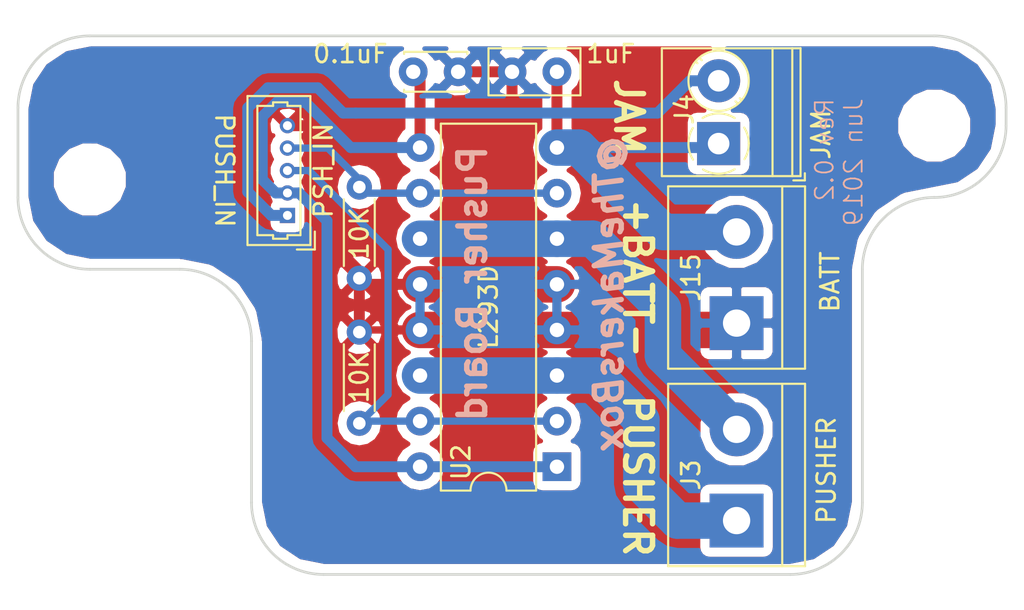
<source format=kicad_pcb>
(kicad_pcb (version 4) (host pcbnew 4.0.6)

  (general
    (links 27)
    (no_connects 0)
    (area 171.998 40.665 240.419429 83.715)
    (thickness 1.6)
    (drawings 56)
    (tracks 74)
    (zones 0)
    (modules 11)
    (nets 9)
  )

  (page A4)
  (title_block
    (date "lun. 30 mars 2015")
  )

  (layers
    (0 F.Cu signal)
    (31 B.Cu signal)
    (32 B.Adhes user)
    (33 F.Adhes user)
    (34 B.Paste user)
    (35 F.Paste user)
    (36 B.SilkS user)
    (37 F.SilkS user)
    (38 B.Mask user)
    (39 F.Mask user)
    (40 Dwgs.User user hide)
    (41 Cmts.User user)
    (42 Eco1.User user)
    (43 Eco2.User user)
    (44 Edge.Cuts user)
    (45 Margin user)
    (46 B.CrtYd user)
    (47 F.CrtYd user)
    (48 B.Fab user)
    (49 F.Fab user)
  )

  (setup
    (last_trace_width 0.25)
    (user_trace_width 0.254)
    (user_trace_width 0.3048)
    (user_trace_width 0.4064)
    (user_trace_width 0.6096)
    (user_trace_width 0.9144)
    (user_trace_width 1.524)
    (user_trace_width 2.032)
    (trace_clearance 0.2)
    (zone_clearance 0.508)
    (zone_45_only no)
    (trace_min 0.2)
    (segment_width 0.15)
    (edge_width 0.15)
    (via_size 0.6)
    (via_drill 0.4)
    (via_min_size 0.4)
    (via_min_drill 0.3)
    (uvia_size 0.3)
    (uvia_drill 0.1)
    (uvias_allowed no)
    (uvia_min_size 0.2)
    (uvia_min_drill 0.1)
    (pcb_text_width 0.3)
    (pcb_text_size 1.5 1.5)
    (mod_edge_width 0.15)
    (mod_text_size 1 1)
    (mod_text_width 0.15)
    (pad_size 3 3)
    (pad_drill 3)
    (pad_to_mask_clearance 0)
    (aux_axis_origin 110.998 126.365)
    (grid_origin 110.998 126.365)
    (visible_elements 7FFFFFFF)
    (pcbplotparams
      (layerselection 0x010f0_80000001)
      (usegerberextensions true)
      (excludeedgelayer true)
      (linewidth 0.100000)
      (plotframeref false)
      (viasonmask false)
      (mode 1)
      (useauxorigin false)
      (hpglpennumber 1)
      (hpglpenspeed 20)
      (hpglpendiameter 15)
      (hpglpenoverlay 2)
      (psnegative false)
      (psa4output false)
      (plotreference true)
      (plotvalue true)
      (plotinvisibletext false)
      (padsonsilk false)
      (subtractmaskfromsilk false)
      (outputformat 1)
      (mirror false)
      (drillshape 0)
      (scaleselection 1)
      (outputdirectory gerbers/))
  )

  (net 0 "")
  (net 1 GND)
  (net 2 "Net-(J3-Pad1)")
  (net 3 "Net-(J3-Pad2)")
  (net 4 /Vin)
  (net 5 "Net-(C2-Pad1)")
  (net 6 "Net-(C3-Pad1)")
  (net 7 "Net-(J17-Pad3)")
  (net 8 "Net-(J17-Pad4)")

  (net_class Default "This is the default net class."
    (clearance 0.2)
    (trace_width 0.25)
    (via_dia 0.6)
    (via_drill 0.4)
    (uvia_dia 0.3)
    (uvia_drill 0.1)
    (add_net /Vin)
    (add_net GND)
    (add_net "Net-(C2-Pad1)")
    (add_net "Net-(C3-Pad1)")
    (add_net "Net-(J17-Pad3)")
    (add_net "Net-(J17-Pad4)")
    (add_net "Net-(J3-Pad1)")
    (add_net "Net-(J3-Pad2)")
  )

  (module Wire_Pads:SolderWirePad_single_2-5mmDrill (layer F.Cu) (tedit 5CF835CB) (tstamp 5CF92E31)
    (at 223.998 51.365)
    (path /5CE78195)
    (fp_text reference J14 (at 0.052 -0.192) (layer F.SilkS) hide
      (effects (font (size 1 1) (thickness 0.15)))
    )
    (fp_text value NPTH (at 1.27 5.08) (layer F.Fab)
      (effects (font (size 1 1) (thickness 0.15)))
    )
    (pad "" np_thru_hole circle (at 0 0) (size 3 3) (drill 3) (layers *.Cu *.Mask))
  )

  (module Wire_Pads:SolderWirePad_single_2-5mmDrill (layer F.Cu) (tedit 5CF835CB) (tstamp 5CF92DEE)
    (at 176.998 54.365)
    (path /5CE78195)
    (fp_text reference J14 (at 0.052 -0.192) (layer F.SilkS) hide
      (effects (font (size 1 1) (thickness 0.15)))
    )
    (fp_text value NPTH (at 1.27 5.08) (layer F.Fab)
      (effects (font (size 1 1) (thickness 0.15)))
    )
    (pad "" np_thru_hole circle (at 0 0) (size 3 3) (drill 3) (layers *.Cu *.Mask))
  )

  (module footprints:R__P5.08mm (layer F.Cu) (tedit 5CE6B6CD) (tstamp 5CDF7E37)
    (at 191.998 65.365 270)
    (descr "Resistor, Axial_DIN0204 series, Axial, Horizontal, pin pitch=5.08mm, 0.16666666666666666W = 1/6W, length*diameter=3.6*1.6mm^2, http://cdn-reichelt.de/documents/datenblatt/B400/1_4W%23YAG.pdf")
    (tags "Resistor Axial_DIN0204 series Axial Horizontal pin pitch 5.08mm 0.16666666666666666W = 1/6W length 3.6mm diameter 1.6mm")
    (path /5CE03DA1)
    (fp_text reference R1 (at 0 0 270) (layer F.SilkS) hide
      (effects (font (size 1 1) (thickness 0.15)))
    )
    (fp_text value 10K (at 0 0 270) (layer F.SilkS)
      (effects (font (size 1 1) (thickness 0.15)))
    )
    (fp_line (start -1.76 -0.8) (end -1.76 0.8) (layer F.Fab) (width 0.1))
    (fp_line (start -1.76 0.8) (end 1.84 0.8) (layer F.Fab) (width 0.1))
    (fp_line (start 1.84 0.8) (end 1.84 -0.8) (layer F.Fab) (width 0.1))
    (fp_line (start 1.84 -0.8) (end -1.76 -0.8) (layer F.Fab) (width 0.1))
    (fp_line (start -2.5 0) (end -1.76 0) (layer F.Fab) (width 0.1))
    (fp_line (start 2.58 0) (end 1.84 0) (layer F.Fab) (width 0.1))
    (fp_line (start -1.82 -0.86) (end 1.9 -0.86) (layer F.SilkS) (width 0.12))
    (fp_line (start -1.82 0.86) (end 1.9 0.86) (layer F.SilkS) (width 0.12))
    (fp_line (start -3.45 -1.15) (end -3.45 1.15) (layer F.CrtYd) (width 0.05))
    (fp_line (start -3.45 1.15) (end 3.55 1.15) (layer F.CrtYd) (width 0.05))
    (fp_line (start 3.55 1.15) (end 3.55 -1.15) (layer F.CrtYd) (width 0.05))
    (fp_line (start 3.55 -1.15) (end -3.45 -1.15) (layer F.CrtYd) (width 0.05))
    (pad 1 thru_hole circle (at -2.5 0 270) (size 1.4 1.4) (drill 0.7) (layers *.Cu *.Mask)
      (net 1 GND))
    (pad 2 thru_hole oval (at 2.58 0 270) (size 1.4 1.4) (drill 0.7) (layers *.Cu *.Mask)
      (net 7 "Net-(J17-Pad3)"))
    (model ${KISYS3DMOD}/Resistors_THT.3dshapes/R_Axial_DIN0204_L3.6mm_D1.6mm_P5.08mm_Horizontal.wrl
      (at (xyz 0 0 0))
      (scale (xyz 0.393701 0.393701 0.393701))
      (rotate (xyz 0 0 0))
    )
  )

  (module footprints:R__P5.08mm (layer F.Cu) (tedit 5CE6B6CD) (tstamp 5CDF7E43)
    (at 191.998 57.365 90)
    (descr "Resistor, Axial_DIN0204 series, Axial, Horizontal, pin pitch=5.08mm, 0.16666666666666666W = 1/6W, length*diameter=3.6*1.6mm^2, http://cdn-reichelt.de/documents/datenblatt/B400/1_4W%23YAG.pdf")
    (tags "Resistor Axial_DIN0204 series Axial Horizontal pin pitch 5.08mm 0.16666666666666666W = 1/6W length 3.6mm diameter 1.6mm")
    (path /5CE03D1D)
    (fp_text reference R3 (at 0 0 90) (layer F.SilkS) hide
      (effects (font (size 1 1) (thickness 0.15)))
    )
    (fp_text value 10K (at 0 0 90) (layer F.SilkS)
      (effects (font (size 1 1) (thickness 0.15)))
    )
    (fp_line (start -1.76 -0.8) (end -1.76 0.8) (layer F.Fab) (width 0.1))
    (fp_line (start -1.76 0.8) (end 1.84 0.8) (layer F.Fab) (width 0.1))
    (fp_line (start 1.84 0.8) (end 1.84 -0.8) (layer F.Fab) (width 0.1))
    (fp_line (start 1.84 -0.8) (end -1.76 -0.8) (layer F.Fab) (width 0.1))
    (fp_line (start -2.5 0) (end -1.76 0) (layer F.Fab) (width 0.1))
    (fp_line (start 2.58 0) (end 1.84 0) (layer F.Fab) (width 0.1))
    (fp_line (start -1.82 -0.86) (end 1.9 -0.86) (layer F.SilkS) (width 0.12))
    (fp_line (start -1.82 0.86) (end 1.9 0.86) (layer F.SilkS) (width 0.12))
    (fp_line (start -3.45 -1.15) (end -3.45 1.15) (layer F.CrtYd) (width 0.05))
    (fp_line (start -3.45 1.15) (end 3.55 1.15) (layer F.CrtYd) (width 0.05))
    (fp_line (start 3.55 1.15) (end 3.55 -1.15) (layer F.CrtYd) (width 0.05))
    (fp_line (start 3.55 -1.15) (end -3.45 -1.15) (layer F.CrtYd) (width 0.05))
    (pad 1 thru_hole circle (at -2.5 0 90) (size 1.4 1.4) (drill 0.7) (layers *.Cu *.Mask)
      (net 1 GND))
    (pad 2 thru_hole oval (at 2.58 0 90) (size 1.4 1.4) (drill 0.7) (layers *.Cu *.Mask)
      (net 8 "Net-(J17-Pad4)"))
    (model ${KISYS3DMOD}/Resistors_THT.3dshapes/R_Axial_DIN0204_L3.6mm_D1.6mm_P5.08mm_Horizontal.wrl
      (at (xyz 0 0 0))
      (scale (xyz 0.393701 0.393701 0.393701))
      (rotate (xyz 0 0 0))
    )
  )

  (module footprints:C_Disc_D5.0mm_W2.5mm_P2.50mm (layer F.Cu) (tedit 5CF935C5) (tstamp 5CE76624)
    (at 202.998 48.365 180)
    (descr "C, Disc series, Radial, pin pitch=2.50mm, , diameter*width=5*2.5mm^2, Capacitor, http://cdn-reichelt.de/documents/datenblatt/B300/DS_KERKO_TC.pdf")
    (tags "C Disc series Radial pin pitch 2.50mm  diameter 5mm width 2.5mm Capacitor")
    (path /5CE0682B)
    (fp_text reference C2 (at 1.25 -2.56 180) (layer F.SilkS) hide
      (effects (font (size 1 1) (thickness 0.15)))
    )
    (fp_text value 1uF (at -3 1 360) (layer F.SilkS)
      (effects (font (size 1 1) (thickness 0.15)))
    )
    (fp_line (start -1.25 -1.25) (end -1.25 1.25) (layer F.Fab) (width 0.1))
    (fp_line (start -1.25 1.25) (end 3.75 1.25) (layer F.Fab) (width 0.1))
    (fp_line (start 3.75 1.25) (end 3.75 -1.25) (layer F.Fab) (width 0.1))
    (fp_line (start 3.75 -1.25) (end -1.25 -1.25) (layer F.Fab) (width 0.1))
    (fp_line (start -1.31 -1.31) (end 3.81 -1.31) (layer F.SilkS) (width 0.12))
    (fp_line (start -1.31 1.31) (end 3.81 1.31) (layer F.SilkS) (width 0.12))
    (fp_line (start -1.31 -1.31) (end -1.31 1.31) (layer F.SilkS) (width 0.12))
    (fp_line (start 3.81 -1.31) (end 3.81 1.31) (layer F.SilkS) (width 0.12))
    (fp_line (start -1.6 -1.6) (end -1.6 1.6) (layer F.CrtYd) (width 0.05))
    (fp_line (start -1.6 1.6) (end 4.1 1.6) (layer F.CrtYd) (width 0.05))
    (fp_line (start 4.1 1.6) (end 4.1 -1.6) (layer F.CrtYd) (width 0.05))
    (fp_line (start 4.1 -1.6) (end -1.6 -1.6) (layer F.CrtYd) (width 0.05))
    (fp_text user %R (at 1.25 0 180) (layer F.Fab)
      (effects (font (size 1 1) (thickness 0.15)))
    )
    (pad 1 thru_hole circle (at 0 0 180) (size 1.6 1.6) (drill 0.8) (layers *.Cu *.Mask)
      (net 5 "Net-(C2-Pad1)"))
    (pad 2 thru_hole circle (at 2.5 0 180) (size 1.6 1.6) (drill 0.8) (layers *.Cu *.Mask)
      (net 1 GND))
    (model ${KISYS3DMOD}/Capacitors_THT.3dshapes/C_Disc_D5.0mm_W2.5mm_P2.50mm.wrl
      (at (xyz 0 0 0))
      (scale (xyz 1 1 1))
      (rotate (xyz 0 0 0))
    )
  )

  (module footprints:C_Disc_D3.4mm_W2.1mm_P2.50mm (layer F.Cu) (tedit 5CF935C8) (tstamp 5CE76636)
    (at 194.998 48.365)
    (descr "C, Disc series, Radial, pin pitch=2.50mm, , diameter*width=3.4*2.1mm^2, Capacitor, http://www.vishay.com/docs/45233/krseries.pdf")
    (tags "C Disc series Radial pin pitch 2.50mm  diameter 3.4mm width 2.1mm Capacitor")
    (path /5CE06912)
    (fp_text reference C3 (at 1.25 -2.36) (layer F.SilkS) hide
      (effects (font (size 1 1) (thickness 0.15)))
    )
    (fp_text value 0.1uF (at -3.5 -1) (layer F.SilkS)
      (effects (font (size 1 1) (thickness 0.15)))
    )
    (fp_line (start -0.45 -1.05) (end -0.45 1.05) (layer F.Fab) (width 0.1))
    (fp_line (start -0.45 1.05) (end 2.95 1.05) (layer F.Fab) (width 0.1))
    (fp_line (start 2.95 1.05) (end 2.95 -1.05) (layer F.Fab) (width 0.1))
    (fp_line (start 2.95 -1.05) (end -0.45 -1.05) (layer F.Fab) (width 0.1))
    (fp_line (start -0.51 -1.11) (end 3.01 -1.11) (layer F.SilkS) (width 0.12))
    (fp_line (start -0.51 1.11) (end 3.01 1.11) (layer F.SilkS) (width 0.12))
    (fp_line (start -0.51 -1.11) (end -0.51 -0.996) (layer F.SilkS) (width 0.12))
    (fp_line (start -0.51 0.996) (end -0.51 1.11) (layer F.SilkS) (width 0.12))
    (fp_line (start 3.01 -1.11) (end 3.01 -0.996) (layer F.SilkS) (width 0.12))
    (fp_line (start 3.01 0.996) (end 3.01 1.11) (layer F.SilkS) (width 0.12))
    (fp_line (start -1.05 -1.4) (end -1.05 1.4) (layer F.CrtYd) (width 0.05))
    (fp_line (start -1.05 1.4) (end 3.55 1.4) (layer F.CrtYd) (width 0.05))
    (fp_line (start 3.55 1.4) (end 3.55 -1.4) (layer F.CrtYd) (width 0.05))
    (fp_line (start 3.55 -1.4) (end -1.05 -1.4) (layer F.CrtYd) (width 0.05))
    (fp_text user %R (at 1.25 0) (layer F.Fab)
      (effects (font (size 1 1) (thickness 0.15)))
    )
    (pad 1 thru_hole circle (at 0 0) (size 1.6 1.6) (drill 0.8) (layers *.Cu *.Mask)
      (net 6 "Net-(C3-Pad1)"))
    (pad 2 thru_hole circle (at 2.5 0) (size 1.6 1.6) (drill 0.8) (layers *.Cu *.Mask)
      (net 1 GND))
    (model ${KISYS3DMOD}/Capacitors_THT.3dshapes/C_Disc_D3.4mm_W2.1mm_P2.50mm.wrl
      (at (xyz 0 0 0))
      (scale (xyz 1 1 1))
      (rotate (xyz 0 0 0))
    )
  )

  (module footprints:DIP-16_W7.62mm (layer F.Cu) (tedit 5CE6C79F) (tstamp 5CE76772)
    (at 202.998 70.365 180)
    (descr "16-lead though-hole mounted DIP package, row spacing 7.62 mm (300 mils)")
    (tags "THT DIP DIL PDIP 2.54mm 7.62mm 300mil")
    (path /5CDFE83D)
    (fp_text reference U2 (at 5.334 0.254 270) (layer F.SilkS)
      (effects (font (size 1 1) (thickness 0.15)))
    )
    (fp_text value L293D (at 3.81 8.89 270) (layer F.SilkS)
      (effects (font (size 1 1) (thickness 0.15)))
    )
    (fp_arc (start 3.81 -1.33) (end 2.81 -1.33) (angle -180) (layer F.SilkS) (width 0.12))
    (fp_line (start 1.635 -1.27) (end 6.985 -1.27) (layer F.Fab) (width 0.1))
    (fp_line (start 6.985 -1.27) (end 6.985 19.05) (layer F.Fab) (width 0.1))
    (fp_line (start 6.985 19.05) (end 0.635 19.05) (layer F.Fab) (width 0.1))
    (fp_line (start 0.635 19.05) (end 0.635 -0.27) (layer F.Fab) (width 0.1))
    (fp_line (start 0.635 -0.27) (end 1.635 -1.27) (layer F.Fab) (width 0.1))
    (fp_line (start 2.81 -1.33) (end 1.16 -1.33) (layer F.SilkS) (width 0.12))
    (fp_line (start 1.16 -1.33) (end 1.16 19.11) (layer F.SilkS) (width 0.12))
    (fp_line (start 1.16 19.11) (end 6.46 19.11) (layer F.SilkS) (width 0.12))
    (fp_line (start 6.46 19.11) (end 6.46 -1.33) (layer F.SilkS) (width 0.12))
    (fp_line (start 6.46 -1.33) (end 4.81 -1.33) (layer F.SilkS) (width 0.12))
    (fp_line (start -1.1 -1.55) (end -1.1 19.3) (layer F.CrtYd) (width 0.05))
    (fp_line (start -1.1 19.3) (end 8.7 19.3) (layer F.CrtYd) (width 0.05))
    (fp_line (start 8.7 19.3) (end 8.7 -1.55) (layer F.CrtYd) (width 0.05))
    (fp_line (start 8.7 -1.55) (end -1.1 -1.55) (layer F.CrtYd) (width 0.05))
    (fp_text user %R (at 3.81 8.89 180) (layer F.Fab)
      (effects (font (size 1 1) (thickness 0.15)))
    )
    (pad 1 thru_hole rect (at 0 0 180) (size 1.6 1.6) (drill 0.8) (layers *.Cu *.Mask)
      (net 6 "Net-(C3-Pad1)"))
    (pad 9 thru_hole oval (at 7.62 17.78 180) (size 1.6 1.6) (drill 0.8) (layers *.Cu *.Mask)
      (net 6 "Net-(C3-Pad1)"))
    (pad 2 thru_hole oval (at 0 2.54 180) (size 1.6 1.6) (drill 0.8) (layers *.Cu *.Mask)
      (net 7 "Net-(J17-Pad3)"))
    (pad 10 thru_hole oval (at 7.62 15.24 180) (size 1.6 1.6) (drill 0.8) (layers *.Cu *.Mask)
      (net 8 "Net-(J17-Pad4)"))
    (pad 3 thru_hole oval (at 0 5.08 180) (size 1.6 1.6) (drill 0.8) (layers *.Cu *.Mask)
      (net 2 "Net-(J3-Pad1)"))
    (pad 11 thru_hole oval (at 7.62 12.7 180) (size 1.6 1.6) (drill 0.8) (layers *.Cu *.Mask)
      (net 3 "Net-(J3-Pad2)"))
    (pad 4 thru_hole oval (at 0 7.62 180) (size 1.6 1.6) (drill 0.8) (layers *.Cu *.Mask)
      (net 1 GND))
    (pad 12 thru_hole oval (at 7.62 10.16 180) (size 1.6 1.6) (drill 0.8) (layers *.Cu *.Mask)
      (net 1 GND))
    (pad 5 thru_hole oval (at 0 10.16 180) (size 1.6 1.6) (drill 0.8) (layers *.Cu *.Mask)
      (net 1 GND))
    (pad 13 thru_hole oval (at 7.62 7.62 180) (size 1.6 1.6) (drill 0.8) (layers *.Cu *.Mask)
      (net 1 GND))
    (pad 6 thru_hole oval (at 0 12.7 180) (size 1.6 1.6) (drill 0.8) (layers *.Cu *.Mask)
      (net 3 "Net-(J3-Pad2)"))
    (pad 14 thru_hole oval (at 7.62 5.08 180) (size 1.6 1.6) (drill 0.8) (layers *.Cu *.Mask)
      (net 2 "Net-(J3-Pad1)"))
    (pad 7 thru_hole oval (at 0 15.24 180) (size 1.6 1.6) (drill 0.8) (layers *.Cu *.Mask)
      (net 8 "Net-(J17-Pad4)"))
    (pad 15 thru_hole oval (at 7.62 2.54 180) (size 1.6 1.6) (drill 0.8) (layers *.Cu *.Mask)
      (net 7 "Net-(J17-Pad3)"))
    (pad 8 thru_hole oval (at 0 17.78 180) (size 1.6 1.6) (drill 0.8) (layers *.Cu *.Mask)
      (net 5 "Net-(C2-Pad1)"))
    (pad 16 thru_hole oval (at 7.62 0 180) (size 1.6 1.6) (drill 0.8) (layers *.Cu *.Mask)
      (net 6 "Net-(C3-Pad1)"))
    (model ${KISYS3DMOD}/Housings_DIP.3dshapes/DIP-16_W7.62mm.wrl
      (at (xyz 0 0 0))
      (scale (xyz 1 1 1))
      (rotate (xyz 0 0 0))
    )
  )

  (module footprints:TerminalBlock_Phoenix_PT-1,5-2-3.5-H_1x02_P3.50mm_Horizontal (layer F.Cu) (tedit 5CF9356E) (tstamp 5CE86ECA)
    (at 211.998 52.365 90)
    (descr "Terminal Block Phoenix PT-1,5-2-3.5-H, 2 pins, pitch 3.5mm, size 7x7.6mm^2, drill diamater 1.2mm, pad diameter 2.4mm, see , script-generated using https://github.com/pointhi/kicad-footprint-generator/scripts/TerminalBlock_Phoenix")
    (tags "THT Terminal Block Phoenix PT-1,5-2-3.5-H pitch 3.5mm size 7x7.6mm^2 drill 1.2mm pad 2.4mm")
    (path /5CE1CB8F)
    (fp_text reference J4 (at 1.905 -1.905 90) (layer F.SilkS)
      (effects (font (size 1 1) (thickness 0.15)))
    )
    (fp_text value JAM (at 0.5 5.7 90) (layer F.SilkS)
      (effects (font (size 1 1) (thickness 0.15)))
    )
    (fp_arc (start 0 0) (end 0 1.68) (angle -32) (layer F.SilkS) (width 0.12))
    (fp_arc (start 0 0) (end 1.425 0.891) (angle -64) (layer F.SilkS) (width 0.12))
    (fp_arc (start 0 0) (end 0.866 -1.44) (angle -63) (layer F.SilkS) (width 0.12))
    (fp_arc (start 0 0) (end -1.44 -0.866) (angle -63) (layer F.SilkS) (width 0.12))
    (fp_arc (start 0 0) (end -0.866 1.44) (angle -32) (layer F.SilkS) (width 0.12))
    (fp_circle (center 0 0) (end 1.5 0) (layer F.Fab) (width 0.1))
    (fp_circle (center 3.5 0) (end 5 0) (layer F.Fab) (width 0.1))
    (fp_circle (center 3.5 0) (end 5.18 0) (layer F.SilkS) (width 0.12))
    (fp_line (start -1.75 -3.1) (end 5.25 -3.1) (layer F.Fab) (width 0.1))
    (fp_line (start 5.25 -3.1) (end 5.25 4.5) (layer F.Fab) (width 0.1))
    (fp_line (start 5.25 4.5) (end -1.35 4.5) (layer F.Fab) (width 0.1))
    (fp_line (start -1.35 4.5) (end -1.75 4.1) (layer F.Fab) (width 0.1))
    (fp_line (start -1.75 4.1) (end -1.75 -3.1) (layer F.Fab) (width 0.1))
    (fp_line (start -1.75 4.1) (end 5.25 4.1) (layer F.Fab) (width 0.1))
    (fp_line (start -1.81 4.1) (end 5.31 4.1) (layer F.SilkS) (width 0.12))
    (fp_line (start -1.75 3) (end 5.25 3) (layer F.Fab) (width 0.1))
    (fp_line (start -1.81 3) (end 5.31 3) (layer F.SilkS) (width 0.12))
    (fp_line (start -1.81 -3.16) (end 5.31 -3.16) (layer F.SilkS) (width 0.12))
    (fp_line (start -1.81 4.56) (end 5.31 4.56) (layer F.SilkS) (width 0.12))
    (fp_line (start -1.81 -3.16) (end -1.81 4.56) (layer F.SilkS) (width 0.12))
    (fp_line (start 5.31 -3.16) (end 5.31 4.56) (layer F.SilkS) (width 0.12))
    (fp_line (start 1.138 -0.955) (end -0.955 1.138) (layer F.Fab) (width 0.1))
    (fp_line (start 0.955 -1.138) (end -1.138 0.955) (layer F.Fab) (width 0.1))
    (fp_line (start 4.638 -0.955) (end 2.546 1.138) (layer F.Fab) (width 0.1))
    (fp_line (start 4.455 -1.138) (end 2.363 0.955) (layer F.Fab) (width 0.1))
    (fp_line (start 4.775 -1.069) (end 4.646 -0.941) (layer F.SilkS) (width 0.12))
    (fp_line (start 2.525 1.181) (end 2.431 1.274) (layer F.SilkS) (width 0.12))
    (fp_line (start 4.57 -1.275) (end 4.476 -1.181) (layer F.SilkS) (width 0.12))
    (fp_line (start 2.355 0.941) (end 2.226 1.069) (layer F.SilkS) (width 0.12))
    (fp_line (start -2.05 4.16) (end -2.05 4.8) (layer F.SilkS) (width 0.12))
    (fp_line (start -2.05 4.8) (end -1.65 4.8) (layer F.SilkS) (width 0.12))
    (fp_line (start -2.25 -3.6) (end -2.25 5) (layer F.CrtYd) (width 0.05))
    (fp_line (start -2.25 5) (end 5.75 5) (layer F.CrtYd) (width 0.05))
    (fp_line (start 5.75 5) (end 5.75 -3.6) (layer F.CrtYd) (width 0.05))
    (fp_line (start 5.75 -3.6) (end -2.25 -3.6) (layer F.CrtYd) (width 0.05))
    (fp_text user %R (at 1.75 2.4 90) (layer F.Fab)
      (effects (font (size 1 1) (thickness 0.15)))
    )
    (pad 1 thru_hole rect (at 0 0 90) (size 2.4 2.4) (drill 1.2) (layers *.Cu *.Mask)
      (net 5 "Net-(C2-Pad1)"))
    (pad 2 thru_hole circle (at 3.5 0 90) (size 2.4 2.4) (drill 1.2) (layers *.Cu *.Mask)
      (net 4 /Vin))
    (model ${KISYS3DMOD}/TerminalBlock_Phoenix.3dshapes/TerminalBlock_Phoenix_PT-1,5-2-3.5-H_1x02_P3.50mm_Horizontal.wrl
      (at (xyz 0 0 0))
      (scale (xyz 1 1 1))
      (rotate (xyz 0 0 0))
    )
  )

  (module Connectors_Terminal_Blocks:TerminalBlock_bornier-2_P5.08mm (layer F.Cu) (tedit 5CF9356B) (tstamp 5CF74546)
    (at 212.998 62.365 90)
    (descr "simple 2-pin terminal block, pitch 5.08mm, revamped version of bornier2")
    (tags "terminal block bornier2")
    (path /5CF9B967)
    (fp_text reference J15 (at 2.54 -2.54 90) (layer F.SilkS)
      (effects (font (size 1 1) (thickness 0.15)))
    )
    (fp_text value BATT (at 2.3 5.2 90) (layer F.SilkS)
      (effects (font (size 1 1) (thickness 0.15)))
    )
    (fp_text user %R (at 2.54 0 90) (layer F.Fab)
      (effects (font (size 1 1) (thickness 0.15)))
    )
    (fp_line (start -2.41 2.55) (end 7.49 2.55) (layer F.Fab) (width 0.1))
    (fp_line (start -2.46 -3.75) (end -2.46 3.75) (layer F.Fab) (width 0.1))
    (fp_line (start -2.46 3.75) (end 7.54 3.75) (layer F.Fab) (width 0.1))
    (fp_line (start 7.54 3.75) (end 7.54 -3.75) (layer F.Fab) (width 0.1))
    (fp_line (start 7.54 -3.75) (end -2.46 -3.75) (layer F.Fab) (width 0.1))
    (fp_line (start 7.62 2.54) (end -2.54 2.54) (layer F.SilkS) (width 0.12))
    (fp_line (start 7.62 3.81) (end 7.62 -3.81) (layer F.SilkS) (width 0.12))
    (fp_line (start 7.62 -3.81) (end -2.54 -3.81) (layer F.SilkS) (width 0.12))
    (fp_line (start -2.54 -3.81) (end -2.54 3.81) (layer F.SilkS) (width 0.12))
    (fp_line (start -2.54 3.81) (end 7.62 3.81) (layer F.SilkS) (width 0.12))
    (fp_line (start -2.71 -4) (end 7.79 -4) (layer F.CrtYd) (width 0.05))
    (fp_line (start -2.71 -4) (end -2.71 4) (layer F.CrtYd) (width 0.05))
    (fp_line (start 7.79 4) (end 7.79 -4) (layer F.CrtYd) (width 0.05))
    (fp_line (start 7.79 4) (end -2.71 4) (layer F.CrtYd) (width 0.05))
    (pad 1 thru_hole rect (at 0 0 90) (size 3 3) (drill 1.52) (layers *.Cu *.Mask)
      (net 1 GND))
    (pad 2 thru_hole circle (at 5.08 0 90) (size 3 3) (drill 1.52) (layers *.Cu *.Mask)
      (net 5 "Net-(C2-Pad1)"))
    (model ${KISYS3DMOD}/Terminal_Blocks.3dshapes/TerminalBlock_bornier-2_P5.08mm.wrl
      (at (xyz 0.1 0 0))
      (scale (xyz 1 1 1))
      (rotate (xyz 0 0 0))
    )
  )

  (module Connectors_Terminal_Blocks:TerminalBlock_bornier-2_P5.08mm (layer F.Cu) (tedit 5CF93567) (tstamp 5CF74572)
    (at 212.998 73.365 90)
    (descr "simple 2-pin terminal block, pitch 5.08mm, revamped version of bornier2")
    (tags "terminal block bornier2")
    (path /5CE004B8)
    (fp_text reference J3 (at 2.54 -2.54 90) (layer F.SilkS)
      (effects (font (size 1 1) (thickness 0.15)))
    )
    (fp_text value PUSHER (at 2.8 5 90) (layer F.SilkS)
      (effects (font (size 1 1) (thickness 0.15)))
    )
    (fp_text user %R (at 2.54 0 90) (layer F.Fab)
      (effects (font (size 1 1) (thickness 0.15)))
    )
    (fp_line (start -2.41 2.55) (end 7.49 2.55) (layer F.Fab) (width 0.1))
    (fp_line (start -2.46 -3.75) (end -2.46 3.75) (layer F.Fab) (width 0.1))
    (fp_line (start -2.46 3.75) (end 7.54 3.75) (layer F.Fab) (width 0.1))
    (fp_line (start 7.54 3.75) (end 7.54 -3.75) (layer F.Fab) (width 0.1))
    (fp_line (start 7.54 -3.75) (end -2.46 -3.75) (layer F.Fab) (width 0.1))
    (fp_line (start 7.62 2.54) (end -2.54 2.54) (layer F.SilkS) (width 0.12))
    (fp_line (start 7.62 3.81) (end 7.62 -3.81) (layer F.SilkS) (width 0.12))
    (fp_line (start 7.62 -3.81) (end -2.54 -3.81) (layer F.SilkS) (width 0.12))
    (fp_line (start -2.54 -3.81) (end -2.54 3.81) (layer F.SilkS) (width 0.12))
    (fp_line (start -2.54 3.81) (end 7.62 3.81) (layer F.SilkS) (width 0.12))
    (fp_line (start -2.71 -4) (end 7.79 -4) (layer F.CrtYd) (width 0.05))
    (fp_line (start -2.71 -4) (end -2.71 4) (layer F.CrtYd) (width 0.05))
    (fp_line (start 7.79 4) (end 7.79 -4) (layer F.CrtYd) (width 0.05))
    (fp_line (start 7.79 4) (end -2.71 4) (layer F.CrtYd) (width 0.05))
    (pad 1 thru_hole rect (at 0 0 90) (size 3 3) (drill 1.52) (layers *.Cu *.Mask)
      (net 2 "Net-(J3-Pad1)"))
    (pad 2 thru_hole circle (at 5.08 0 90) (size 3 3) (drill 1.52) (layers *.Cu *.Mask)
      (net 3 "Net-(J3-Pad2)"))
    (model ${KISYS3DMOD}/Terminal_Blocks.3dshapes/TerminalBlock_bornier-2_P5.08mm.wrl
      (at (xyz 0.1 0 0))
      (scale (xyz 1 1 1))
      (rotate (xyz 0 0 0))
    )
  )

  (module Connectors_Molex:Molex_PicoBlade_53047-0510_05x1.25mm_Straight (layer F.Cu) (tedit 5CF935DE) (tstamp 5CF7454E)
    (at 187.998 56.365 90)
    (descr "Molex PicoBlade, single row, top entry type, through hole, PN:53047-0510")
    (tags "connector molex picoblade")
    (path /5CF86875)
    (fp_text reference J17 (at 2.5 -1.3 90) (layer F.SilkS) hide
      (effects (font (size 1 1) (thickness 0.15)))
    )
    (fp_text value PSH_IN (at 2.5 2 270) (layer F.SilkS)
      (effects (font (size 1 1) (thickness 0.15)))
    )
    (fp_line (start -2 -2.55) (end -2 1.6) (layer F.CrtYd) (width 0.05))
    (fp_line (start -2 1.6) (end 7 1.6) (layer F.CrtYd) (width 0.05))
    (fp_line (start 7 1.6) (end 7 -2.55) (layer F.CrtYd) (width 0.05))
    (fp_line (start 7 -2.55) (end -2 -2.55) (layer F.CrtYd) (width 0.05))
    (fp_line (start -1.5 -2.075) (end -1.5 1.125) (layer F.Fab) (width 0.1))
    (fp_line (start -1.5 1.125) (end 6.5 1.125) (layer F.Fab) (width 0.1))
    (fp_line (start 6.5 1.125) (end 6.5 -2.075) (layer F.Fab) (width 0.1))
    (fp_line (start 6.5 -2.075) (end -1.5 -2.075) (layer F.Fab) (width 0.1))
    (fp_line (start -1.65 -2.225) (end -1.65 1.275) (layer F.SilkS) (width 0.12))
    (fp_line (start -1.65 1.275) (end 6.65 1.275) (layer F.SilkS) (width 0.12))
    (fp_line (start 6.65 1.275) (end 6.65 -2.225) (layer F.SilkS) (width 0.12))
    (fp_line (start 6.65 -2.225) (end -1.65 -2.225) (layer F.SilkS) (width 0.12))
    (fp_line (start 2.5 0.725) (end -1.1 0.725) (layer F.SilkS) (width 0.12))
    (fp_line (start -1.1 0.725) (end -1.1 0) (layer F.SilkS) (width 0.12))
    (fp_line (start -1.1 0) (end -1.3 0) (layer F.SilkS) (width 0.12))
    (fp_line (start -1.3 0) (end -1.3 -0.8) (layer F.SilkS) (width 0.12))
    (fp_line (start -1.3 -0.8) (end -1.1 -0.8) (layer F.SilkS) (width 0.12))
    (fp_line (start -1.1 -0.8) (end -1.1 -1.675) (layer F.SilkS) (width 0.12))
    (fp_line (start -1.1 -1.675) (end 2.5 -1.675) (layer F.SilkS) (width 0.12))
    (fp_line (start 2.5 0.725) (end 6.1 0.725) (layer F.SilkS) (width 0.12))
    (fp_line (start 6.1 0.725) (end 6.1 0) (layer F.SilkS) (width 0.12))
    (fp_line (start 6.1 0) (end 6.3 0) (layer F.SilkS) (width 0.12))
    (fp_line (start 6.3 0) (end 6.3 -0.8) (layer F.SilkS) (width 0.12))
    (fp_line (start 6.3 -0.8) (end 6.1 -0.8) (layer F.SilkS) (width 0.12))
    (fp_line (start 6.1 -0.8) (end 6.1 -1.675) (layer F.SilkS) (width 0.12))
    (fp_line (start 6.1 -1.675) (end 2.5 -1.675) (layer F.SilkS) (width 0.12))
    (fp_line (start -1.9 1.525) (end -1.9 0.525) (layer F.SilkS) (width 0.12))
    (fp_line (start -1.9 1.525) (end -0.9 1.525) (layer F.SilkS) (width 0.12))
    (fp_text user %R (at 2.5 -1.25 90) (layer F.Fab)
      (effects (font (size 1 1) (thickness 0.15)))
    )
    (pad 1 thru_hole rect (at 0 0 90) (size 0.85 0.85) (drill 0.5) (layers *.Cu *.Mask)
      (net 4 /Vin))
    (pad 2 thru_hole circle (at 1.25 0 90) (size 0.85 0.85) (drill 0.5) (layers *.Cu *.Mask)
      (net 6 "Net-(C3-Pad1)"))
    (pad 3 thru_hole circle (at 2.5 0 90) (size 0.85 0.85) (drill 0.5) (layers *.Cu *.Mask)
      (net 7 "Net-(J17-Pad3)"))
    (pad 4 thru_hole circle (at 3.75 0 90) (size 0.85 0.85) (drill 0.5) (layers *.Cu *.Mask)
      (net 8 "Net-(J17-Pad4)"))
    (pad 5 thru_hole circle (at 5 0 90) (size 0.85 0.85) (drill 0.5) (layers *.Cu *.Mask)
      (net 1 GND))
    (model ${KISYS3DMOD}/Connectors_Molex.3dshapes/Molex_PicoBlade_53047-0510_05x1.25mm_Straight.wrl
      (at (xyz 0 0 0))
      (scale (xyz 1 1 1))
      (rotate (xyz 0 0 0))
    )
  )

  (gr_line (start 172.998 55.365) (end 172.998 50.365) (angle 90) (layer Edge.Cuts) (width 0.15))
  (gr_line (start 181.998 59.365) (end 176.998 59.365) (angle 90) (layer Edge.Cuts) (width 0.15))
  (gr_line (start 185.998 72.365) (end 185.998 63.365) (angle 90) (layer Edge.Cuts) (width 0.15))
  (gr_line (start 215.998 76.365) (end 189.998 76.365) (angle 90) (layer Edge.Cuts) (width 0.15))
  (gr_line (start 219.998 59.365) (end 219.998 72.365) (angle 90) (layer Edge.Cuts) (width 0.15))
  (gr_line (start 227.998 50.365) (end 227.998 51.365) (angle 90) (layer Edge.Cuts) (width 0.15))
  (gr_line (start 176.998 46.365) (end 223.998 46.365) (angle 90) (layer Edge.Cuts) (width 0.15))
  (gr_arc (start 215.998 72.365) (end 219.998 72.365) (angle 90) (layer Edge.Cuts) (width 0.15))
  (gr_arc (start 223.998 59.365) (end 219.998 59.365) (angle 90) (layer Edge.Cuts) (width 0.15))
  (gr_arc (start 223.998 51.365) (end 227.998 51.365) (angle 90) (layer Edge.Cuts) (width 0.15))
  (gr_arc (start 223.998 50.365) (end 223.998 46.365) (angle 90) (layer Edge.Cuts) (width 0.15))
  (gr_arc (start 176.998 50.365) (end 172.998 50.365) (angle 90) (layer Edge.Cuts) (width 0.15))
  (gr_arc (start 176.998 55.365) (end 176.998 59.365) (angle 90) (layer Edge.Cuts) (width 0.15))
  (gr_arc (start 181.998 63.365) (end 181.998 59.365) (angle 90) (layer Edge.Cuts) (width 0.15))
  (gr_arc (start 189.998 72.365) (end 189.998 76.365) (angle 90) (layer Edge.Cuts) (width 0.15))
  (gr_line (start 219.998 72.365) (end 219.998 59.365) (angle 90) (layer Dwgs.User) (width 0.15))
  (gr_line (start 189.998 76.365) (end 215.998 76.365) (angle 90) (layer Dwgs.User) (width 0.15))
  (gr_arc (start 215.998 72.365) (end 219.998 72.365) (angle 90) (layer Dwgs.User) (width 0.15))
  (gr_line (start 223.998 50.365) (end 223.998 52.365) (angle 90) (layer Dwgs.User) (width 0.15))
  (gr_line (start 222.998 51.365) (end 224.998 51.365) (angle 90) (layer Dwgs.User) (width 0.15))
  (gr_line (start 222.998 50.365) (end 224.998 50.365) (angle 90) (layer Dwgs.User) (width 0.15))
  (gr_line (start 223.998 49.365) (end 223.998 51.365) (angle 90) (layer Dwgs.User) (width 0.15))
  (gr_line (start 222.998 60.365) (end 224.998 60.365) (angle 90) (layer Dwgs.User) (width 0.15))
  (gr_line (start 223.998 59.365) (end 223.998 61.365) (angle 90) (layer Dwgs.User) (width 0.15))
  (gr_line (start 214.998 72.365) (end 216.998 72.365) (angle 90) (layer Dwgs.User) (width 0.15))
  (gr_line (start 215.998 71.365) (end 215.998 73.365) (angle 90) (layer Dwgs.User) (width 0.15))
  (gr_line (start 188.998 72.365) (end 190.998 72.365) (angle 90) (layer Dwgs.User) (width 0.15))
  (gr_line (start 189.998 71.365) (end 189.998 73.365) (angle 90) (layer Dwgs.User) (width 0.15))
  (gr_line (start 180.998 63.365) (end 182.998 63.365) (angle 90) (layer Dwgs.User) (width 0.15))
  (gr_line (start 181.998 62.365) (end 181.998 64.365) (angle 90) (layer Dwgs.User) (width 0.15))
  (gr_line (start 175.998 55.365) (end 177.998 55.365) (angle 90) (layer Dwgs.User) (width 0.15))
  (gr_line (start 176.998 54.365) (end 176.998 56.365) (angle 90) (layer Dwgs.User) (width 0.15))
  (gr_line (start 175.998 50.365) (end 177.998 50.365) (angle 90) (layer Dwgs.User) (width 0.15))
  (gr_line (start 176.998 49.365) (end 176.998 51.365) (angle 90) (layer Dwgs.User) (width 0.15))
  (gr_line (start 172.998 55.365) (end 172.998 50.365) (angle 90) (layer Dwgs.User) (width 0.15))
  (gr_line (start 181.998 59.365) (end 176.998 59.365) (angle 90) (layer Dwgs.User) (width 0.15))
  (gr_line (start 185.998 72.365) (end 185.998 63.365) (angle 90) (layer Dwgs.User) (width 0.15))
  (gr_line (start 176.998 46.365) (end 223.998 46.365) (angle 90) (layer Dwgs.User) (width 0.15))
  (gr_arc (start 189.998 72.365) (end 189.998 76.365) (angle 90) (layer Dwgs.User) (width 0.15))
  (gr_arc (start 181.998 63.365) (end 181.998 59.365) (angle 90) (layer Dwgs.User) (width 0.15))
  (gr_arc (start 223.998 59.365) (end 219.998 59.365) (angle 90) (layer Dwgs.User) (width 0.15))
  (gr_arc (start 223.998 51.365) (end 227.998 51.365) (angle 90) (layer Dwgs.User) (width 0.15))
  (gr_arc (start 223.998 50.365) (end 223.998 46.365) (angle 90) (layer Dwgs.User) (width 0.15))
  (gr_arc (start 176.998 50.365) (end 172.998 50.365) (angle 90) (layer Dwgs.User) (width 0.15))
  (gr_arc (start 176.998 55.365) (end 176.998 59.365) (angle 90) (layer Dwgs.User) (width 0.15))
  (gr_text PUSH_IN (at 184.498 53.865 270) (layer F.SilkS)
    (effects (font (size 1 1) (thickness 0.15)))
  )
  (gr_text PUSHER (at 207.498 70.865 270) (layer F.SilkS)
    (effects (font (size 1.5 1.5) (thickness 0.3)))
  )
  (gr_text JAM (at 206.998 50.865 270) (layer F.SilkS)
    (effects (font (size 1.5 1.5) (thickness 0.3)))
  )
  (dimension 30 (width 0.3) (layer Dwgs.User)
    (gr_text "30.0 mm" (at 235.348 61.365 270) (layer Dwgs.User)
      (effects (font (size 1.5 1.5) (thickness 0.3)))
    )
    (feature1 (pts (xy 227.998 76.365) (xy 236.698 76.365)))
    (feature2 (pts (xy 227.998 46.365) (xy 236.698 46.365)))
    (crossbar (pts (xy 233.998 46.365) (xy 233.998 76.365)))
    (arrow1a (pts (xy 233.998 76.365) (xy 233.411579 75.238496)))
    (arrow1b (pts (xy 233.998 76.365) (xy 234.584421 75.238496)))
    (arrow2a (pts (xy 233.998 46.365) (xy 233.411579 47.491504)))
    (arrow2b (pts (xy 233.998 46.365) (xy 234.584421 47.491504)))
  )
  (gr_line (start 172.998 46.365) (end 173.998 46.365) (angle 90) (layer Dwgs.User) (width 0.15))
  (dimension 55 (width 0.3) (layer Dwgs.User)
    (gr_text "55.0 mm" (at 200.498 42.015) (layer Dwgs.User)
      (effects (font (size 1.5 1.5) (thickness 0.3)))
    )
    (feature1 (pts (xy 227.998 46.365) (xy 227.998 40.665)))
    (feature2 (pts (xy 172.998 46.365) (xy 172.998 40.665)))
    (crossbar (pts (xy 172.998 43.365) (xy 227.998 43.365)))
    (arrow1a (pts (xy 227.998 43.365) (xy 226.871496 43.951421)))
    (arrow1b (pts (xy 227.998 43.365) (xy 226.871496 42.778579)))
    (arrow2a (pts (xy 172.998 43.365) (xy 174.124504 43.951421)))
    (arrow2b (pts (xy 172.998 43.365) (xy 174.124504 42.778579)))
  )
  (gr_text @TheMakersBox (at 205.898 60.665 90) (layer B.SilkS)
    (effects (font (size 1.5 1.5) (thickness 0.3) italic) (justify mirror))
  )
  (gr_text "Rev 0.2\nJun 2019" (at 218.698 49.765 90) (layer B.SilkS)
    (effects (font (size 1 1) (thickness 0.1)) (justify left mirror))
  )
  (gr_text "Pusher Board" (at 198.298 60.165 90) (layer B.SilkS)
    (effects (font (size 1.5 1.5) (thickness 0.3)) (justify mirror))
  )
  (gr_text "PUSHER BOARD" (at 197.998 82.365) (layer Dwgs.User)
    (effects (font (size 1.5 1.5) (thickness 0.3)))
  )
  (gr_text +BATT- (at 207.498 59.865 270) (layer F.SilkS)
    (effects (font (size 1.5 1.5) (thickness 0.3)))
  )

  (segment (start 200.498 48.365) (end 200.498 57.705) (width 0.6096) (layer F.Cu) (net 1))
  (segment (start 200.498 57.705) (end 202.998 60.205) (width 0.6096) (layer F.Cu) (net 1) (tstamp 5CF93764))
  (segment (start 191.998 62.865) (end 191.998 59.865) (width 0.6096) (layer F.Cu) (net 1))
  (segment (start 191.998 59.865) (end 191.998 59.465) (width 0.6096) (layer F.Cu) (net 1))
  (segment (start 191.998 59.465) (end 189.898 57.365) (width 0.6096) (layer F.Cu) (net 1) (tstamp 5CF9375C))
  (segment (start 189.098 51.365) (end 187.998 51.365) (width 0.6096) (layer F.Cu) (net 1) (tstamp 5CF9375F))
  (segment (start 189.898 52.165) (end 189.098 51.365) (width 0.6096) (layer F.Cu) (net 1) (tstamp 5CF9375E))
  (segment (start 189.898 57.365) (end 189.898 52.165) (width 0.6096) (layer F.Cu) (net 1) (tstamp 5CF9375D))
  (segment (start 195.378 60.205) (end 192.338 60.205) (width 0.6096) (layer F.Cu) (net 1))
  (segment (start 192.338 60.205) (end 191.998 59.865) (width 0.6096) (layer F.Cu) (net 1) (tstamp 5CF93759))
  (segment (start 200.498 48.365) (end 197.498 48.365) (width 0.6096) (layer F.Cu) (net 1))
  (segment (start 192.338 60.205) (end 191.998 59.865) (width 0.4064) (layer F.Cu) (net 1) (tstamp 5CF936E4))
  (segment (start 195.378 62.745) (end 192.118 62.745) (width 0.4064) (layer F.Cu) (net 1))
  (segment (start 192.118 62.745) (end 191.998 62.865) (width 0.4064) (layer F.Cu) (net 1) (tstamp 5CF936E1))
  (segment (start 202.998 62.745) (end 212.618 62.745) (width 2.032) (layer F.Cu) (net 1))
  (segment (start 212.618 62.745) (end 212.998 62.365) (width 2.032) (layer F.Cu) (net 1) (tstamp 5CF936BA))
  (segment (start 195.378 62.745) (end 202.998 62.745) (width 2.032) (layer F.Cu) (net 1))
  (segment (start 195.378 60.205) (end 202.998 60.205) (width 2.032) (layer F.Cu) (net 1))
  (segment (start 202.998 65.285) (end 205.218 65.285) (width 2.032) (layer B.Cu) (net 2))
  (segment (start 209.698 73.365) (end 212.998 73.365) (width 2.032) (layer B.Cu) (net 2) (tstamp 5CF936CD))
  (segment (start 207.698 71.365) (end 209.698 73.365) (width 2.032) (layer B.Cu) (net 2) (tstamp 5CF936CC))
  (segment (start 207.698 67.765) (end 207.698 71.365) (width 2.032) (layer B.Cu) (net 2) (tstamp 5CF936CB))
  (segment (start 205.218 65.285) (end 207.698 67.765) (width 2.032) (layer B.Cu) (net 2) (tstamp 5CF936CA))
  (segment (start 195.378 65.285) (end 202.998 65.285) (width 2.032) (layer B.Cu) (net 2))
  (segment (start 202.998 57.665) (end 204.998 57.665) (width 2.032) (layer B.Cu) (net 3))
  (segment (start 208.898 64.185) (end 212.998 68.285) (width 2.032) (layer B.Cu) (net 3) (tstamp 5CF936D2))
  (segment (start 208.898 61.565) (end 208.898 64.185) (width 2.032) (layer B.Cu) (net 3) (tstamp 5CF936D1))
  (segment (start 204.998 57.665) (end 208.898 61.565) (width 2.032) (layer B.Cu) (net 3) (tstamp 5CF936D0))
  (segment (start 195.378 57.665) (end 202.998 57.665) (width 2.032) (layer B.Cu) (net 3))
  (segment (start 191.798 50.665) (end 191.098 50.665) (width 0.6096) (layer B.Cu) (net 4))
  (segment (start 210.398 48.865) (end 208.598 50.665) (width 0.6096) (layer B.Cu) (net 4) (tstamp 5CF936F8))
  (segment (start 208.598 50.665) (end 191.798 50.665) (width 0.6096) (layer B.Cu) (net 4) (tstamp 5CF936F9))
  (segment (start 211.998 48.865) (end 210.398 48.865) (width 0.6096) (layer B.Cu) (net 4))
  (segment (start 187.098 56.365) (end 187.998 56.365) (width 0.6096) (layer B.Cu) (net 4) (tstamp 5CF93723))
  (segment (start 185.788398 55.055398) (end 187.098 56.365) (width 0.6096) (layer B.Cu) (net 4) (tstamp 5CF93722))
  (segment (start 185.788398 50.374602) (end 185.788398 55.055398) (width 0.6096) (layer B.Cu) (net 4) (tstamp 5CF93721))
  (segment (start 186.907602 49.255398) (end 185.788398 50.374602) (width 0.6096) (layer B.Cu) (net 4) (tstamp 5CF93720))
  (segment (start 189.688398 49.255398) (end 186.907602 49.255398) (width 0.6096) (layer B.Cu) (net 4) (tstamp 5CF9371F))
  (segment (start 191.098 50.665) (end 189.688398 49.255398) (width 0.6096) (layer B.Cu) (net 4) (tstamp 5CF9371E))
  (segment (start 202.998 52.585) (end 202.998 48.365) (width 0.6096) (layer F.Cu) (net 5))
  (segment (start 202.998 52.585) (end 211.778 52.585) (width 0.6096) (layer B.Cu) (net 5))
  (segment (start 211.778 52.585) (end 211.998 52.365) (width 0.6096) (layer B.Cu) (net 5) (tstamp 5CF93707))
  (segment (start 202.998 52.585) (end 204.218 52.585) (width 2.032) (layer B.Cu) (net 5))
  (segment (start 208.918 57.285) (end 212.998 57.285) (width 2.032) (layer B.Cu) (net 5) (tstamp 5CF93704))
  (segment (start 204.218 52.585) (end 208.918 57.285) (width 2.032) (layer B.Cu) (net 5) (tstamp 5CF93703))
  (segment (start 203.218 52.365) (end 202.998 52.585) (width 0.6096) (layer B.Cu) (net 5) (tstamp 5CF936F5))
  (segment (start 195.378 52.585) (end 195.378 48.745) (width 0.6096) (layer F.Cu) (net 6))
  (segment (start 195.378 48.745) (end 194.998 48.365) (width 0.6096) (layer F.Cu) (net 6) (tstamp 5CF93755))
  (segment (start 187.998 55.115) (end 187.348 55.115) (width 0.6096) (layer B.Cu) (net 6))
  (segment (start 191.518 52.585) (end 195.378 52.585) (width 0.6096) (layer B.Cu) (net 6) (tstamp 5CF9371A))
  (segment (start 188.998 50.065) (end 191.518 52.585) (width 0.6096) (layer B.Cu) (net 6) (tstamp 5CF93719))
  (segment (start 187.398 50.065) (end 188.998 50.065) (width 0.6096) (layer B.Cu) (net 6) (tstamp 5CF93718))
  (segment (start 186.598 50.865) (end 187.398 50.065) (width 0.6096) (layer B.Cu) (net 6) (tstamp 5CF93717))
  (segment (start 186.598 54.365) (end 186.598 50.865) (width 0.6096) (layer B.Cu) (net 6) (tstamp 5CF93716))
  (segment (start 187.348 55.115) (end 186.598 54.365) (width 0.6096) (layer B.Cu) (net 6) (tstamp 5CF93715))
  (segment (start 195.378 70.365) (end 191.798 70.365) (width 0.6096) (layer B.Cu) (net 6))
  (segment (start 188.648 55.115) (end 187.998 55.115) (width 0.6096) (layer B.Cu) (net 6) (tstamp 5CF93710))
  (segment (start 190.198 56.665) (end 188.648 55.115) (width 0.6096) (layer B.Cu) (net 6) (tstamp 5CF9370F))
  (segment (start 190.198 68.765) (end 190.198 56.665) (width 0.6096) (layer B.Cu) (net 6) (tstamp 5CF9370E))
  (segment (start 191.798 70.365) (end 190.198 68.765) (width 0.6096) (layer B.Cu) (net 6) (tstamp 5CF9370D))
  (segment (start 202.998 70.365) (end 195.378 70.365) (width 0.6096) (layer B.Cu) (net 6))
  (segment (start 187.998 53.865) (end 189.198 53.865) (width 0.4064) (layer B.Cu) (net 7))
  (segment (start 193.598 66.345) (end 191.998 67.945) (width 0.4064) (layer B.Cu) (net 7) (tstamp 5CF936F2))
  (segment (start 193.598 58.265) (end 193.598 66.345) (width 0.4064) (layer B.Cu) (net 7) (tstamp 5CF936F0))
  (segment (start 189.198 53.865) (end 193.598 58.265) (width 0.4064) (layer B.Cu) (net 7) (tstamp 5CF936EF))
  (segment (start 195.378 67.825) (end 192.118 67.825) (width 0.4064) (layer B.Cu) (net 7))
  (segment (start 192.118 67.825) (end 191.998 67.945) (width 0.4064) (layer B.Cu) (net 7) (tstamp 5CF936DE))
  (segment (start 202.998 67.825) (end 195.378 67.825) (width 0.4064) (layer B.Cu) (net 7))
  (segment (start 191.998 54.785) (end 191.998 54.365) (width 0.4064) (layer B.Cu) (net 8))
  (segment (start 191.998 54.365) (end 190.248 52.615) (width 0.4064) (layer B.Cu) (net 8) (tstamp 5CF936EA))
  (segment (start 190.248 52.615) (end 187.998 52.615) (width 0.4064) (layer B.Cu) (net 8) (tstamp 5CF936EB))
  (segment (start 195.378 55.125) (end 192.338 55.125) (width 0.4064) (layer B.Cu) (net 8))
  (segment (start 192.338 55.125) (end 191.998 54.785) (width 0.4064) (layer B.Cu) (net 8) (tstamp 5CF936E7))
  (segment (start 195.378 55.125) (end 202.998 55.125) (width 0.4064) (layer B.Cu) (net 8))

  (zone (net 1) (net_name GND) (layer F.Cu) (tstamp 5CF93926) (hatch edge 0.508)
    (connect_pads (clearance 0.508))
    (min_thickness 0.254)
    (fill yes (arc_segments 16) (thermal_gap 0.508) (thermal_bridge_width 0.508))
    (polygon
      (pts
        (xy 227.998 77.365) (xy 172.998 77.365) (xy 172.998 45.365) (xy 227.998 45.365)
      )
    )
    (filled_polygon
      (pts
        (xy 194.1862 47.147757) (xy 193.782176 47.551077) (xy 193.56325 48.078309) (xy 193.562752 48.649187) (xy 193.780757 49.1768)
        (xy 194.184077 49.580824) (xy 194.4382 49.686345) (xy 194.4382 51.501472) (xy 194.335189 51.570302) (xy 194.02412 52.035849)
        (xy 193.914887 52.585) (xy 194.02412 53.134151) (xy 194.335189 53.599698) (xy 194.717275 53.855) (xy 194.335189 54.110302)
        (xy 194.02412 54.575849) (xy 193.914887 55.125) (xy 194.02412 55.674151) (xy 194.335189 56.139698) (xy 194.717275 56.395)
        (xy 194.335189 56.650302) (xy 194.02412 57.115849) (xy 193.914887 57.665) (xy 194.02412 58.214151) (xy 194.335189 58.679698)
        (xy 194.739703 58.949986) (xy 194.522866 59.052611) (xy 194.146959 59.467577) (xy 193.986096 59.855961) (xy 194.108085 60.078)
        (xy 195.251 60.078) (xy 195.251 60.058) (xy 195.505 60.058) (xy 195.505 60.078) (xy 196.647915 60.078)
        (xy 196.769904 59.855961) (xy 196.609041 59.467577) (xy 196.233134 59.052611) (xy 196.016297 58.949986) (xy 196.420811 58.679698)
        (xy 196.73188 58.214151) (xy 196.841113 57.665) (xy 196.73188 57.115849) (xy 196.420811 56.650302) (xy 196.038725 56.395)
        (xy 196.420811 56.139698) (xy 196.73188 55.674151) (xy 196.841113 55.125) (xy 196.73188 54.575849) (xy 196.420811 54.110302)
        (xy 196.038725 53.855) (xy 196.420811 53.599698) (xy 196.73188 53.134151) (xy 196.841113 52.585) (xy 196.73188 52.035849)
        (xy 196.420811 51.570302) (xy 196.3178 51.501472) (xy 196.3178 49.372745) (xy 196.669861 49.372745) (xy 196.743995 49.618864)
        (xy 197.281223 49.811965) (xy 197.851454 49.784778) (xy 198.252005 49.618864) (xy 198.326139 49.372745) (xy 199.669861 49.372745)
        (xy 199.743995 49.618864) (xy 200.281223 49.811965) (xy 200.851454 49.784778) (xy 201.252005 49.618864) (xy 201.326139 49.372745)
        (xy 200.498 48.544605) (xy 199.669861 49.372745) (xy 198.326139 49.372745) (xy 197.498 48.544605) (xy 196.669861 49.372745)
        (xy 196.3178 49.372745) (xy 196.3178 49.141193) (xy 196.490255 49.193139) (xy 197.318395 48.365) (xy 197.677605 48.365)
        (xy 198.505745 49.193139) (xy 198.751864 49.119005) (xy 198.944965 48.581777) (xy 198.924295 48.148223) (xy 199.051035 48.148223)
        (xy 199.078222 48.718454) (xy 199.244136 49.119005) (xy 199.490255 49.193139) (xy 200.318395 48.365) (xy 199.490255 47.536861)
        (xy 199.244136 47.610995) (xy 199.051035 48.148223) (xy 198.924295 48.148223) (xy 198.917778 48.011546) (xy 198.751864 47.610995)
        (xy 198.505745 47.536861) (xy 197.677605 48.365) (xy 197.318395 48.365) (xy 196.490255 47.536861) (xy 196.244136 47.610995)
        (xy 196.241804 47.617483) (xy 196.215243 47.5532) (xy 195.811923 47.149176) (xy 195.633287 47.075) (xy 196.831235 47.075)
        (xy 196.743995 47.111136) (xy 196.669861 47.357255) (xy 197.498 48.185395) (xy 198.326139 47.357255) (xy 198.252005 47.111136)
        (xy 198.151471 47.075) (xy 199.831235 47.075) (xy 199.743995 47.111136) (xy 199.669861 47.357255) (xy 200.498 48.185395)
        (xy 201.326139 47.357255) (xy 201.252005 47.111136) (xy 201.151471 47.075) (xy 202.362286 47.075) (xy 202.1862 47.147757)
        (xy 201.782176 47.551077) (xy 201.754577 47.617544) (xy 201.751864 47.610995) (xy 201.505745 47.536861) (xy 200.677605 48.365)
        (xy 201.505745 49.193139) (xy 201.751864 49.119005) (xy 201.754196 49.112517) (xy 201.780757 49.1768) (xy 202.0582 49.454727)
        (xy 202.0582 51.501472) (xy 201.955189 51.570302) (xy 201.64412 52.035849) (xy 201.534887 52.585) (xy 201.64412 53.134151)
        (xy 201.955189 53.599698) (xy 202.337275 53.855) (xy 201.955189 54.110302) (xy 201.64412 54.575849) (xy 201.534887 55.125)
        (xy 201.64412 55.674151) (xy 201.955189 56.139698) (xy 202.337275 56.395) (xy 201.955189 56.650302) (xy 201.64412 57.115849)
        (xy 201.534887 57.665) (xy 201.64412 58.214151) (xy 201.955189 58.679698) (xy 202.359703 58.949986) (xy 202.142866 59.052611)
        (xy 201.766959 59.467577) (xy 201.606096 59.855961) (xy 201.728085 60.078) (xy 202.871 60.078) (xy 202.871 60.058)
        (xy 203.125 60.058) (xy 203.125 60.078) (xy 204.267915 60.078) (xy 204.389904 59.855961) (xy 204.229041 59.467577)
        (xy 203.853134 59.052611) (xy 203.636297 58.949986) (xy 204.040811 58.679698) (xy 204.35188 58.214151) (xy 204.452596 57.707815)
        (xy 210.86263 57.707815) (xy 211.18698 58.4928) (xy 211.787041 59.093909) (xy 212.571459 59.419628) (xy 213.420815 59.42037)
        (xy 214.2058 59.09602) (xy 214.806909 58.495959) (xy 215.132628 57.711541) (xy 215.13337 56.862185) (xy 214.80902 56.0772)
        (xy 214.208959 55.476091) (xy 213.424541 55.150372) (xy 212.575185 55.14963) (xy 211.7902 55.47398) (xy 211.189091 56.074041)
        (xy 210.863372 56.858459) (xy 210.86263 57.707815) (xy 204.452596 57.707815) (xy 204.461113 57.665) (xy 204.35188 57.115849)
        (xy 204.040811 56.650302) (xy 203.658725 56.395) (xy 204.040811 56.139698) (xy 204.35188 55.674151) (xy 204.461113 55.125)
        (xy 204.35188 54.575849) (xy 204.040811 54.110302) (xy 203.658725 53.855) (xy 204.040811 53.599698) (xy 204.35188 53.134151)
        (xy 204.461113 52.585) (xy 204.35188 52.035849) (xy 204.040811 51.570302) (xy 203.9378 51.501472) (xy 203.9378 49.454466)
        (xy 204.213824 49.178923) (xy 204.43275 48.651691) (xy 204.433248 48.080813) (xy 204.215243 47.5532) (xy 203.811923 47.149176)
        (xy 203.633287 47.075) (xy 211.524919 47.075) (xy 210.959914 47.308455) (xy 210.44327 47.824199) (xy 210.163319 48.498395)
        (xy 210.162682 49.228403) (xy 210.441455 49.903086) (xy 210.957199 50.41973) (xy 211.192799 50.51756) (xy 210.798 50.51756)
        (xy 210.562683 50.561838) (xy 210.346559 50.70091) (xy 210.201569 50.91311) (xy 210.15056 51.165) (xy 210.15056 53.565)
        (xy 210.194838 53.800317) (xy 210.33391 54.016441) (xy 210.54611 54.161431) (xy 210.798 54.21244) (xy 213.198 54.21244)
        (xy 213.433317 54.168162) (xy 213.649441 54.02909) (xy 213.794431 53.81689) (xy 213.84544 53.565) (xy 213.84544 51.787815)
        (xy 221.86263 51.787815) (xy 222.18698 52.5728) (xy 222.787041 53.173909) (xy 223.571459 53.499628) (xy 224.420815 53.50037)
        (xy 225.2058 53.17602) (xy 225.806909 52.575959) (xy 226.132628 51.791541) (xy 226.13337 50.942185) (xy 225.80902 50.1572)
        (xy 225.208959 49.556091) (xy 224.424541 49.230372) (xy 223.575185 49.22963) (xy 222.7902 49.55398) (xy 222.189091 50.154041)
        (xy 221.863372 50.938459) (xy 221.86263 51.787815) (xy 213.84544 51.787815) (xy 213.84544 51.165) (xy 213.801162 50.929683)
        (xy 213.66209 50.713559) (xy 213.44989 50.568569) (xy 213.198 50.51756) (xy 212.803712 50.51756) (xy 213.036086 50.421545)
        (xy 213.55273 49.905801) (xy 213.832681 49.231605) (xy 213.833318 48.501597) (xy 213.554545 47.826914) (xy 213.038801 47.31027)
        (xy 212.472209 47.075) (xy 223.928069 47.075) (xy 225.251707 47.338288) (xy 226.314546 48.048454) (xy 227.024712 49.111295)
        (xy 227.288 50.434931) (xy 227.288 51.295069) (xy 227.024712 52.618705) (xy 226.314546 53.681546) (xy 225.251707 54.391712)
        (xy 223.859486 54.668642) (xy 222.328752 54.973124) (xy 222.072811 55.079139) (xy 220.775118 55.94623) (xy 220.579229 56.142118)
        (xy 219.712139 57.439811) (xy 219.606124 57.695752) (xy 219.301642 59.226486) (xy 219.301642 59.296416) (xy 219.288 59.365)
        (xy 219.288 72.295069) (xy 219.024712 73.618705) (xy 218.314546 74.681546) (xy 217.251707 75.391712) (xy 215.928069 75.655)
        (xy 190.067931 75.655) (xy 188.744295 75.391712) (xy 187.681454 74.681546) (xy 186.971288 73.618707) (xy 186.708 72.295069)
        (xy 186.708 71.865) (xy 210.85056 71.865) (xy 210.85056 74.865) (xy 210.894838 75.100317) (xy 211.03391 75.316441)
        (xy 211.24611 75.461431) (xy 211.498 75.51244) (xy 214.498 75.51244) (xy 214.733317 75.468162) (xy 214.949441 75.32909)
        (xy 215.094431 75.11689) (xy 215.14544 74.865) (xy 215.14544 71.865) (xy 215.101162 71.629683) (xy 214.96209 71.413559)
        (xy 214.74989 71.268569) (xy 214.498 71.21756) (xy 211.498 71.21756) (xy 211.262683 71.261838) (xy 211.046559 71.40091)
        (xy 210.901569 71.61311) (xy 210.85056 71.865) (xy 186.708 71.865) (xy 186.708 67.918846) (xy 190.663 67.918846)
        (xy 190.663 67.971154) (xy 190.764621 68.482036) (xy 191.054012 68.915142) (xy 191.487118 69.204533) (xy 191.998 69.306154)
        (xy 192.508882 69.204533) (xy 192.941988 68.915142) (xy 193.231379 68.482036) (xy 193.333 67.971154) (xy 193.333 67.918846)
        (xy 193.231379 67.407964) (xy 192.941988 66.974858) (xy 192.508882 66.685467) (xy 191.998 66.583846) (xy 191.487118 66.685467)
        (xy 191.054012 66.974858) (xy 190.764621 67.407964) (xy 190.663 67.918846) (xy 186.708 67.918846) (xy 186.708 65.285)
        (xy 193.914887 65.285) (xy 194.02412 65.834151) (xy 194.335189 66.299698) (xy 194.717275 66.555) (xy 194.335189 66.810302)
        (xy 194.02412 67.275849) (xy 193.914887 67.825) (xy 194.02412 68.374151) (xy 194.335189 68.839698) (xy 194.717275 69.095)
        (xy 194.335189 69.350302) (xy 194.02412 69.815849) (xy 193.914887 70.365) (xy 194.02412 70.914151) (xy 194.335189 71.379698)
        (xy 194.800736 71.690767) (xy 195.349887 71.8) (xy 195.406113 71.8) (xy 195.955264 71.690767) (xy 196.420811 71.379698)
        (xy 196.73188 70.914151) (xy 196.841113 70.365) (xy 196.73188 69.815849) (xy 196.420811 69.350302) (xy 196.038725 69.095)
        (xy 196.420811 68.839698) (xy 196.73188 68.374151) (xy 196.841113 67.825) (xy 196.73188 67.275849) (xy 196.420811 66.810302)
        (xy 196.038725 66.555) (xy 196.420811 66.299698) (xy 196.73188 65.834151) (xy 196.841113 65.285) (xy 201.534887 65.285)
        (xy 201.64412 65.834151) (xy 201.955189 66.299698) (xy 202.337275 66.555) (xy 201.955189 66.810302) (xy 201.64412 67.275849)
        (xy 201.534887 67.825) (xy 201.64412 68.374151) (xy 201.955189 68.839698) (xy 202.099465 68.936101) (xy 201.962683 68.961838)
        (xy 201.746559 69.10091) (xy 201.601569 69.31311) (xy 201.55056 69.565) (xy 201.55056 71.165) (xy 201.594838 71.400317)
        (xy 201.73391 71.616441) (xy 201.94611 71.761431) (xy 202.198 71.81244) (xy 203.798 71.81244) (xy 204.033317 71.768162)
        (xy 204.249441 71.62909) (xy 204.394431 71.41689) (xy 204.44544 71.165) (xy 204.44544 69.565) (xy 204.401162 69.329683)
        (xy 204.26209 69.113559) (xy 204.04989 68.968569) (xy 203.894911 68.937185) (xy 204.040811 68.839698) (xy 204.128932 68.707815)
        (xy 210.86263 68.707815) (xy 211.18698 69.4928) (xy 211.787041 70.093909) (xy 212.571459 70.419628) (xy 213.420815 70.42037)
        (xy 214.2058 70.09602) (xy 214.806909 69.495959) (xy 215.132628 68.711541) (xy 215.13337 67.862185) (xy 214.80902 67.0772)
        (xy 214.208959 66.476091) (xy 213.424541 66.150372) (xy 212.575185 66.14963) (xy 211.7902 66.47398) (xy 211.189091 67.074041)
        (xy 210.863372 67.858459) (xy 210.86263 68.707815) (xy 204.128932 68.707815) (xy 204.35188 68.374151) (xy 204.461113 67.825)
        (xy 204.35188 67.275849) (xy 204.040811 66.810302) (xy 203.658725 66.555) (xy 204.040811 66.299698) (xy 204.35188 65.834151)
        (xy 204.461113 65.285) (xy 204.35188 64.735849) (xy 204.040811 64.270302) (xy 203.636297 64.000014) (xy 203.853134 63.897389)
        (xy 204.229041 63.482423) (xy 204.389904 63.094039) (xy 204.267915 62.872) (xy 203.125 62.872) (xy 203.125 62.892)
        (xy 202.871 62.892) (xy 202.871 62.872) (xy 201.728085 62.872) (xy 201.606096 63.094039) (xy 201.766959 63.482423)
        (xy 202.142866 63.897389) (xy 202.359703 64.000014) (xy 201.955189 64.270302) (xy 201.64412 64.735849) (xy 201.534887 65.285)
        (xy 196.841113 65.285) (xy 196.73188 64.735849) (xy 196.420811 64.270302) (xy 196.016297 64.000014) (xy 196.233134 63.897389)
        (xy 196.609041 63.482423) (xy 196.769904 63.094039) (xy 196.647915 62.872) (xy 195.505 62.872) (xy 195.505 62.892)
        (xy 195.251 62.892) (xy 195.251 62.872) (xy 194.108085 62.872) (xy 193.986096 63.094039) (xy 194.146959 63.482423)
        (xy 194.522866 63.897389) (xy 194.739703 64.000014) (xy 194.335189 64.270302) (xy 194.02412 64.735849) (xy 193.914887 65.285)
        (xy 186.708 65.285) (xy 186.708 63.800275) (xy 191.242331 63.800275) (xy 191.304169 64.036042) (xy 191.805122 64.212419)
        (xy 192.33544 64.183664) (xy 192.691831 64.036042) (xy 192.753669 63.800275) (xy 191.998 63.044605) (xy 191.242331 63.800275)
        (xy 186.708 63.800275) (xy 186.708 63.365) (xy 186.694358 63.296416) (xy 186.694358 63.226486) (xy 186.584089 62.672122)
        (xy 190.650581 62.672122) (xy 190.679336 63.20244) (xy 190.826958 63.558831) (xy 191.062725 63.620669) (xy 191.818395 62.865)
        (xy 192.177605 62.865) (xy 192.933275 63.620669) (xy 193.169042 63.558831) (xy 193.345419 63.057878) (xy 193.323344 62.65075)
        (xy 210.863 62.65075) (xy 210.863 63.991309) (xy 210.959673 64.224698) (xy 211.138301 64.403327) (xy 211.37169 64.5)
        (xy 212.71225 64.5) (xy 212.871 64.34125) (xy 212.871 62.492) (xy 213.125 62.492) (xy 213.125 64.34125)
        (xy 213.28375 64.5) (xy 214.62431 64.5) (xy 214.857699 64.403327) (xy 215.036327 64.224698) (xy 215.133 63.991309)
        (xy 215.133 62.65075) (xy 214.97425 62.492) (xy 213.125 62.492) (xy 212.871 62.492) (xy 211.02175 62.492)
        (xy 210.863 62.65075) (xy 193.323344 62.65075) (xy 193.316664 62.52756) (xy 193.169042 62.171169) (xy 192.933275 62.109331)
        (xy 192.177605 62.865) (xy 191.818395 62.865) (xy 191.062725 62.109331) (xy 190.826958 62.171169) (xy 190.650581 62.672122)
        (xy 186.584089 62.672122) (xy 186.436417 61.929725) (xy 191.242331 61.929725) (xy 191.998 62.685395) (xy 192.753669 61.929725)
        (xy 192.691831 61.693958) (xy 192.190878 61.517581) (xy 191.66056 61.546336) (xy 191.304169 61.693958) (xy 191.242331 61.929725)
        (xy 186.436417 61.929725) (xy 186.389876 61.695752) (xy 186.283861 61.439811) (xy 185.856537 60.800275) (xy 191.242331 60.800275)
        (xy 191.304169 61.036042) (xy 191.805122 61.212419) (xy 192.33544 61.183664) (xy 192.691831 61.036042) (xy 192.753669 60.800275)
        (xy 191.998 60.044605) (xy 191.242331 60.800275) (xy 185.856537 60.800275) (xy 185.41677 60.142118) (xy 185.319257 60.044605)
        (xy 185.220882 59.946229) (xy 184.810652 59.672122) (xy 190.650581 59.672122) (xy 190.679336 60.20244) (xy 190.826958 60.558831)
        (xy 191.062725 60.620669) (xy 191.818395 59.865) (xy 192.177605 59.865) (xy 192.933275 60.620669) (xy 193.169042 60.558831)
        (xy 193.170729 60.554039) (xy 193.986096 60.554039) (xy 194.146959 60.942423) (xy 194.522866 61.357389) (xy 194.771367 61.475)
        (xy 194.522866 61.592611) (xy 194.146959 62.007577) (xy 193.986096 62.395961) (xy 194.108085 62.618) (xy 195.251 62.618)
        (xy 195.251 60.332) (xy 195.505 60.332) (xy 195.505 62.618) (xy 196.647915 62.618) (xy 196.769904 62.395961)
        (xy 196.609041 62.007577) (xy 196.233134 61.592611) (xy 195.984633 61.475) (xy 196.233134 61.357389) (xy 196.609041 60.942423)
        (xy 196.769904 60.554039) (xy 201.606096 60.554039) (xy 201.766959 60.942423) (xy 202.142866 61.357389) (xy 202.391367 61.475)
        (xy 202.142866 61.592611) (xy 201.766959 62.007577) (xy 201.606096 62.395961) (xy 201.728085 62.618) (xy 202.871 62.618)
        (xy 202.871 60.332) (xy 203.125 60.332) (xy 203.125 62.618) (xy 204.267915 62.618) (xy 204.389904 62.395961)
        (xy 204.229041 62.007577) (xy 203.853134 61.592611) (xy 203.604633 61.475) (xy 203.853134 61.357389) (xy 204.229041 60.942423)
        (xy 204.313423 60.738691) (xy 210.863 60.738691) (xy 210.863 62.07925) (xy 211.02175 62.238) (xy 212.871 62.238)
        (xy 212.871 60.38875) (xy 213.125 60.38875) (xy 213.125 62.238) (xy 214.97425 62.238) (xy 215.133 62.07925)
        (xy 215.133 60.738691) (xy 215.036327 60.505302) (xy 214.857699 60.326673) (xy 214.62431 60.23) (xy 213.28375 60.23)
        (xy 213.125 60.38875) (xy 212.871 60.38875) (xy 212.71225 60.23) (xy 211.37169 60.23) (xy 211.138301 60.326673)
        (xy 210.959673 60.505302) (xy 210.863 60.738691) (xy 204.313423 60.738691) (xy 204.389904 60.554039) (xy 204.267915 60.332)
        (xy 203.125 60.332) (xy 202.871 60.332) (xy 201.728085 60.332) (xy 201.606096 60.554039) (xy 196.769904 60.554039)
        (xy 196.647915 60.332) (xy 195.505 60.332) (xy 195.251 60.332) (xy 194.108085 60.332) (xy 193.986096 60.554039)
        (xy 193.170729 60.554039) (xy 193.345419 60.057878) (xy 193.316664 59.52756) (xy 193.169042 59.171169) (xy 192.933275 59.109331)
        (xy 192.177605 59.865) (xy 191.818395 59.865) (xy 191.062725 59.109331) (xy 190.826958 59.171169) (xy 190.650581 59.672122)
        (xy 184.810652 59.672122) (xy 183.923189 59.079139) (xy 183.859145 59.052611) (xy 183.667248 58.973124) (xy 183.449067 58.929725)
        (xy 191.242331 58.929725) (xy 191.998 59.685395) (xy 192.753669 58.929725) (xy 192.691831 58.693958) (xy 192.190878 58.517581)
        (xy 191.66056 58.546336) (xy 191.304169 58.693958) (xy 191.242331 58.929725) (xy 183.449067 58.929725) (xy 182.136514 58.668642)
        (xy 182.066584 58.668642) (xy 181.998 58.655) (xy 177.067931 58.655) (xy 175.744295 58.391712) (xy 174.681454 57.681546)
        (xy 173.971288 56.618707) (xy 173.708 55.295069) (xy 173.708 54.787815) (xy 174.86263 54.787815) (xy 175.18698 55.5728)
        (xy 175.787041 56.173909) (xy 176.571459 56.499628) (xy 177.420815 56.50037) (xy 178.2058 56.17602) (xy 178.806909 55.575959)
        (xy 179.132628 54.791541) (xy 179.13337 53.942185) (xy 178.80902 53.1572) (xy 178.208959 52.556091) (xy 177.424541 52.230372)
        (xy 176.575185 52.22963) (xy 175.7902 52.55398) (xy 175.189091 53.154041) (xy 174.863372 53.938459) (xy 174.86263 54.787815)
        (xy 173.708 54.787815) (xy 173.708 51.237939) (xy 186.924728 51.237939) (xy 186.957801 51.658334) (xy 187.05505 51.893113)
        (xy 187.201131 51.912719) (xy 187.099899 52.013774) (xy 186.938184 52.403228) (xy 186.937816 52.824922) (xy 187.098851 53.214658)
        (xy 187.123932 53.239783) (xy 187.099899 53.263774) (xy 186.938184 53.653228) (xy 186.937816 54.074922) (xy 187.098851 54.464658)
        (xy 187.123932 54.489783) (xy 187.099899 54.513774) (xy 186.938184 54.903228) (xy 186.937816 55.324922) (xy 187.045935 55.58659)
        (xy 186.976569 55.68811) (xy 186.92556 55.94) (xy 186.92556 56.79) (xy 186.969838 57.025317) (xy 187.10891 57.241441)
        (xy 187.32111 57.386431) (xy 187.573 57.43744) (xy 188.423 57.43744) (xy 188.658317 57.393162) (xy 188.874441 57.25409)
        (xy 189.019431 57.04189) (xy 189.07044 56.79) (xy 189.07044 55.94) (xy 189.026162 55.704683) (xy 188.950025 55.586363)
        (xy 189.057816 55.326772) (xy 189.058184 54.905078) (xy 188.997763 54.758846) (xy 190.663 54.758846) (xy 190.663 54.811154)
        (xy 190.764621 55.322036) (xy 191.054012 55.755142) (xy 191.487118 56.044533) (xy 191.998 56.146154) (xy 192.508882 56.044533)
        (xy 192.941988 55.755142) (xy 193.231379 55.322036) (xy 193.333 54.811154) (xy 193.333 54.758846) (xy 193.231379 54.247964)
        (xy 192.941988 53.814858) (xy 192.508882 53.525467) (xy 191.998 53.423846) (xy 191.487118 53.525467) (xy 191.054012 53.814858)
        (xy 190.764621 54.247964) (xy 190.663 54.758846) (xy 188.997763 54.758846) (xy 188.897149 54.515342) (xy 188.872068 54.490217)
        (xy 188.896101 54.466226) (xy 189.057816 54.076772) (xy 189.058184 53.655078) (xy 188.897149 53.265342) (xy 188.872068 53.240217)
        (xy 188.896101 53.216226) (xy 189.057816 52.826772) (xy 189.058184 52.405078) (xy 188.897149 52.015342) (xy 188.794724 51.912738)
        (xy 188.94095 51.893113) (xy 189.071272 51.492061) (xy 189.038199 51.071666) (xy 188.94095 50.836887) (xy 188.733553 50.809052)
        (xy 188.177605 51.365) (xy 188.191748 51.379143) (xy 188.015875 51.555015) (xy 188.008403 51.555008) (xy 187.998 51.544605)
        (xy 187.987615 51.55499) (xy 187.980093 51.554983) (xy 187.804253 51.379143) (xy 187.818395 51.365) (xy 187.262447 50.809052)
        (xy 187.05505 50.836887) (xy 186.924728 51.237939) (xy 173.708 51.237939) (xy 173.708 50.629447) (xy 187.442052 50.629447)
        (xy 187.998 51.185395) (xy 188.553948 50.629447) (xy 188.526113 50.42205) (xy 188.125061 50.291728) (xy 187.704666 50.324801)
        (xy 187.469887 50.42205) (xy 187.442052 50.629447) (xy 173.708 50.629447) (xy 173.708 50.434931) (xy 173.971288 49.111293)
        (xy 174.681454 48.048454) (xy 175.744295 47.338288) (xy 177.067931 47.075) (xy 194.362286 47.075)
      )
    )
  )
  (zone (net 1) (net_name GND) (layer B.Cu) (tstamp 5CF93928) (hatch edge 0.508)
    (connect_pads (clearance 0.508))
    (min_thickness 0.254)
    (fill yes (arc_segments 16) (thermal_gap 0.508) (thermal_bridge_width 0.508))
    (polygon
      (pts
        (xy 228.998 78.365) (xy 171.998 78.365) (xy 171.998 44.365) (xy 228.998 44.365)
      )
    )
    (filled_polygon
      (pts
        (xy 194.1862 47.147757) (xy 193.782176 47.551077) (xy 193.56325 48.078309) (xy 193.562752 48.649187) (xy 193.780757 49.1768)
        (xy 194.184077 49.580824) (xy 194.531773 49.7252) (xy 191.487278 49.7252) (xy 190.352937 48.590859) (xy 190.048044 48.387136)
        (xy 189.688398 48.315598) (xy 186.907602 48.315598) (xy 186.547956 48.387136) (xy 186.243063 48.590859) (xy 185.123859 49.710063)
        (xy 184.920136 50.014956) (xy 184.848598 50.374602) (xy 184.848598 55.055398) (xy 184.920136 55.415044) (xy 185.123859 55.719937)
        (xy 186.433461 57.029539) (xy 186.738354 57.233262) (xy 187.098 57.3048) (xy 187.201639 57.3048) (xy 187.32111 57.386431)
        (xy 187.573 57.43744) (xy 188.423 57.43744) (xy 188.658317 57.393162) (xy 188.874441 57.25409) (xy 189.019431 57.04189)
        (xy 189.057554 56.853632) (xy 189.2582 57.054278) (xy 189.2582 68.765) (xy 189.329738 69.124646) (xy 189.533461 69.429539)
        (xy 191.133461 71.029539) (xy 191.438354 71.233262) (xy 191.798 71.3048) (xy 194.285144 71.3048) (xy 194.335189 71.379698)
        (xy 194.800736 71.690767) (xy 195.349887 71.8) (xy 195.406113 71.8) (xy 195.955264 71.690767) (xy 196.420811 71.379698)
        (xy 196.470856 71.3048) (xy 201.576865 71.3048) (xy 201.594838 71.400317) (xy 201.73391 71.616441) (xy 201.94611 71.761431)
        (xy 202.198 71.81244) (xy 203.798 71.81244) (xy 204.033317 71.768162) (xy 204.249441 71.62909) (xy 204.394431 71.41689)
        (xy 204.44544 71.165) (xy 204.44544 69.565) (xy 204.401162 69.329683) (xy 204.26209 69.113559) (xy 204.04989 68.968569)
        (xy 203.894911 68.937185) (xy 204.040811 68.839698) (xy 204.35188 68.374151) (xy 204.461113 67.825) (xy 204.35188 67.275849)
        (xy 204.1248 66.936) (xy 204.534134 66.936) (xy 206.047 68.448867) (xy 206.047 71.365) (xy 206.172675 71.996811)
        (xy 206.530567 72.532433) (xy 208.530567 74.532433) (xy 209.066189 74.890325) (xy 209.171013 74.911176) (xy 209.698 75.016)
        (xy 210.878973 75.016) (xy 210.894838 75.100317) (xy 211.03391 75.316441) (xy 211.24611 75.461431) (xy 211.498 75.51244)
        (xy 214.498 75.51244) (xy 214.733317 75.468162) (xy 214.949441 75.32909) (xy 215.094431 75.11689) (xy 215.14544 74.865)
        (xy 215.14544 71.865) (xy 215.101162 71.629683) (xy 214.96209 71.413559) (xy 214.74989 71.268569) (xy 214.498 71.21756)
        (xy 211.498 71.21756) (xy 211.262683 71.261838) (xy 211.046559 71.40091) (xy 210.901569 71.61311) (xy 210.881138 71.714)
        (xy 210.381866 71.714) (xy 209.349 70.681134) (xy 209.349 67.765) (xy 209.223325 67.13319) (xy 209.168143 67.050604)
        (xy 208.865434 66.597567) (xy 206.385433 64.117567) (xy 205.849811 63.759675) (xy 205.218 63.634) (xy 204.091731 63.634)
        (xy 204.229041 63.482423) (xy 204.389904 63.094039) (xy 204.267915 62.872) (xy 203.125 62.872) (xy 203.125 62.892)
        (xy 202.871 62.892) (xy 202.871 62.872) (xy 201.728085 62.872) (xy 201.606096 63.094039) (xy 201.766959 63.482423)
        (xy 201.904269 63.634) (xy 196.471731 63.634) (xy 196.609041 63.482423) (xy 196.769904 63.094039) (xy 196.647915 62.872)
        (xy 195.505 62.872) (xy 195.505 62.892) (xy 195.251 62.892) (xy 195.251 62.872) (xy 195.231 62.872)
        (xy 195.231 62.618) (xy 195.251 62.618) (xy 195.251 60.332) (xy 195.505 60.332) (xy 195.505 62.618)
        (xy 196.647915 62.618) (xy 196.769904 62.395961) (xy 196.609041 62.007577) (xy 196.233134 61.592611) (xy 195.984633 61.475)
        (xy 196.233134 61.357389) (xy 196.609041 60.942423) (xy 196.769904 60.554039) (xy 201.606096 60.554039) (xy 201.766959 60.942423)
        (xy 202.142866 61.357389) (xy 202.391367 61.475) (xy 202.142866 61.592611) (xy 201.766959 62.007577) (xy 201.606096 62.395961)
        (xy 201.728085 62.618) (xy 202.871 62.618) (xy 202.871 60.332) (xy 203.125 60.332) (xy 203.125 62.618)
        (xy 204.267915 62.618) (xy 204.389904 62.395961) (xy 204.229041 62.007577) (xy 203.853134 61.592611) (xy 203.604633 61.475)
        (xy 203.853134 61.357389) (xy 204.229041 60.942423) (xy 204.389904 60.554039) (xy 204.267915 60.332) (xy 203.125 60.332)
        (xy 202.871 60.332) (xy 201.728085 60.332) (xy 201.606096 60.554039) (xy 196.769904 60.554039) (xy 196.647915 60.332)
        (xy 195.505 60.332) (xy 195.251 60.332) (xy 195.231 60.332) (xy 195.231 60.078) (xy 195.251 60.078)
        (xy 195.251 60.058) (xy 195.505 60.058) (xy 195.505 60.078) (xy 196.647915 60.078) (xy 196.769904 59.855961)
        (xy 196.609041 59.467577) (xy 196.471731 59.316) (xy 201.904269 59.316) (xy 201.766959 59.467577) (xy 201.606096 59.855961)
        (xy 201.728085 60.078) (xy 202.871 60.078) (xy 202.871 60.058) (xy 203.125 60.058) (xy 203.125 60.078)
        (xy 204.267915 60.078) (xy 204.389904 59.855961) (xy 204.229041 59.467577) (xy 204.091731 59.316) (xy 204.314134 59.316)
        (xy 207.247 62.248866) (xy 207.247 64.185) (xy 207.372675 64.816811) (xy 207.730567 65.352433) (xy 210.862825 68.484692)
        (xy 210.86263 68.707815) (xy 211.18698 69.4928) (xy 211.787041 70.093909) (xy 212.571459 70.419628) (xy 213.420815 70.42037)
        (xy 214.2058 70.09602) (xy 214.806909 69.495959) (xy 215.132628 68.711541) (xy 215.13337 67.862185) (xy 214.80902 67.0772)
        (xy 214.208959 66.476091) (xy 213.424541 66.150372) (xy 213.198041 66.150174) (xy 211.547866 64.5) (xy 212.71225 64.5)
        (xy 212.871 64.34125) (xy 212.871 62.492) (xy 213.125 62.492) (xy 213.125 64.34125) (xy 213.28375 64.5)
        (xy 214.62431 64.5) (xy 214.857699 64.403327) (xy 215.036327 64.224698) (xy 215.133 63.991309) (xy 215.133 62.65075)
        (xy 214.97425 62.492) (xy 213.125 62.492) (xy 212.871 62.492) (xy 211.02175 62.492) (xy 210.863 62.65075)
        (xy 210.863 63.815134) (xy 210.549 63.501134) (xy 210.549 61.565) (xy 210.423325 60.93319) (xy 210.293365 60.738691)
        (xy 210.863 60.738691) (xy 210.863 62.07925) (xy 211.02175 62.238) (xy 212.871 62.238) (xy 212.871 60.38875)
        (xy 213.125 60.38875) (xy 213.125 62.238) (xy 214.97425 62.238) (xy 215.133 62.07925) (xy 215.133 60.738691)
        (xy 215.036327 60.505302) (xy 214.857699 60.326673) (xy 214.62431 60.23) (xy 213.28375 60.23) (xy 213.125 60.38875)
        (xy 212.871 60.38875) (xy 212.71225 60.23) (xy 211.37169 60.23) (xy 211.138301 60.326673) (xy 210.959673 60.505302)
        (xy 210.863 60.738691) (xy 210.293365 60.738691) (xy 210.065433 60.397567) (xy 208.525865 58.857999) (xy 208.918 58.936)
        (xy 211.629407 58.936) (xy 211.787041 59.093909) (xy 212.571459 59.419628) (xy 213.420815 59.42037) (xy 214.2058 59.09602)
        (xy 214.806909 58.495959) (xy 215.132628 57.711541) (xy 215.13337 56.862185) (xy 214.80902 56.0772) (xy 214.208959 55.476091)
        (xy 213.424541 55.150372) (xy 212.575185 55.14963) (xy 211.7902 55.47398) (xy 211.629901 55.634) (xy 209.601866 55.634)
        (xy 207.492666 53.5248) (xy 210.15056 53.5248) (xy 210.15056 53.565) (xy 210.194838 53.800317) (xy 210.33391 54.016441)
        (xy 210.54611 54.161431) (xy 210.798 54.21244) (xy 213.198 54.21244) (xy 213.433317 54.168162) (xy 213.649441 54.02909)
        (xy 213.794431 53.81689) (xy 213.84544 53.565) (xy 213.84544 51.787815) (xy 221.86263 51.787815) (xy 222.18698 52.5728)
        (xy 222.787041 53.173909) (xy 223.571459 53.499628) (xy 224.420815 53.50037) (xy 225.2058 53.17602) (xy 225.806909 52.575959)
        (xy 226.132628 51.791541) (xy 226.13337 50.942185) (xy 225.80902 50.1572) (xy 225.208959 49.556091) (xy 224.424541 49.230372)
        (xy 223.575185 49.22963) (xy 222.7902 49.55398) (xy 222.189091 50.154041) (xy 221.863372 50.938459) (xy 221.86263 51.787815)
        (xy 213.84544 51.787815) (xy 213.84544 51.165) (xy 213.801162 50.929683) (xy 213.66209 50.713559) (xy 213.44989 50.568569)
        (xy 213.198 50.51756) (xy 212.803712 50.51756) (xy 213.036086 50.421545) (xy 213.55273 49.905801) (xy 213.832681 49.231605)
        (xy 213.833318 48.501597) (xy 213.554545 47.826914) (xy 213.038801 47.31027) (xy 212.472209 47.075) (xy 223.928069 47.075)
        (xy 225.251707 47.338288) (xy 226.314546 48.048454) (xy 227.024712 49.111295) (xy 227.288 50.434931) (xy 227.288 51.295069)
        (xy 227.024712 52.618705) (xy 226.314546 53.681546) (xy 225.251707 54.391712) (xy 223.859486 54.668642) (xy 222.328752 54.973124)
        (xy 222.072811 55.079139) (xy 220.775118 55.94623) (xy 220.579229 56.142118) (xy 219.712139 57.439811) (xy 219.606124 57.695752)
        (xy 219.301642 59.226486) (xy 219.301642 59.296416) (xy 219.288 59.365) (xy 219.288 72.295069) (xy 219.024712 73.618705)
        (xy 218.314546 74.681546) (xy 217.251707 75.391712) (xy 215.928069 75.655) (xy 190.067931 75.655) (xy 188.744295 75.391712)
        (xy 187.681454 74.681546) (xy 186.971288 73.618707) (xy 186.708 72.295069) (xy 186.708 63.365) (xy 186.694358 63.296416)
        (xy 186.694358 63.226486) (xy 186.389876 61.695752) (xy 186.283861 61.439811) (xy 185.41677 60.142118) (xy 185.319257 60.044605)
        (xy 185.220882 59.946229) (xy 183.923189 59.079139) (xy 183.859145 59.052611) (xy 183.667248 58.973124) (xy 182.136514 58.668642)
        (xy 182.066584 58.668642) (xy 181.998 58.655) (xy 177.067931 58.655) (xy 175.744295 58.391712) (xy 174.681454 57.681546)
        (xy 173.971288 56.618707) (xy 173.708 55.295069) (xy 173.708 54.787815) (xy 174.86263 54.787815) (xy 175.18698 55.5728)
        (xy 175.787041 56.173909) (xy 176.571459 56.499628) (xy 177.420815 56.50037) (xy 178.2058 56.17602) (xy 178.806909 55.575959)
        (xy 179.132628 54.791541) (xy 179.13337 53.942185) (xy 178.80902 53.1572) (xy 178.208959 52.556091) (xy 177.424541 52.230372)
        (xy 176.575185 52.22963) (xy 175.7902 52.55398) (xy 175.189091 53.154041) (xy 174.863372 53.938459) (xy 174.86263 54.787815)
        (xy 173.708 54.787815) (xy 173.708 50.434931) (xy 173.971288 49.111293) (xy 174.681454 48.048454) (xy 175.744295 47.338288)
        (xy 177.067931 47.075) (xy 194.362286 47.075)
      )
    )
    (filled_polygon
      (pts
        (xy 192.191748 62.850858) (xy 192.177605 62.865) (xy 192.191748 62.879142) (xy 192.012142 63.058748) (xy 191.998 63.044605)
        (xy 191.983858 63.058748) (xy 191.804252 62.879142) (xy 191.818395 62.865) (xy 191.804252 62.850858) (xy 191.983858 62.671252)
        (xy 191.998 62.685395) (xy 192.012142 62.671252)
      )
    )
    (filled_polygon
      (pts
        (xy 192.191748 59.850858) (xy 192.177605 59.865) (xy 192.191748 59.879142) (xy 192.012142 60.058748) (xy 191.998 60.044605)
        (xy 191.983858 60.058748) (xy 191.804252 59.879142) (xy 191.818395 59.865) (xy 191.804252 59.850858) (xy 191.983858 59.671252)
        (xy 191.998 59.685395) (xy 192.012142 59.671252)
      )
    )
    (filled_polygon
      (pts
        (xy 188.191748 51.350858) (xy 188.177605 51.365) (xy 188.191748 51.379143) (xy 188.015875 51.555015) (xy 188.008403 51.555008)
        (xy 187.998 51.544605) (xy 187.987615 51.55499) (xy 187.980093 51.554983) (xy 187.804253 51.379143) (xy 187.818395 51.365)
        (xy 187.804253 51.350858) (xy 187.983858 51.171253) (xy 187.998 51.185395) (xy 188.012143 51.171253)
      )
    )
    (filled_polygon
      (pts
        (xy 196.743995 47.111136) (xy 196.669861 47.357255) (xy 197.498 48.185395) (xy 198.326139 47.357255) (xy 198.252005 47.111136)
        (xy 198.151471 47.075) (xy 199.831235 47.075) (xy 199.743995 47.111136) (xy 199.669861 47.357255) (xy 200.498 48.185395)
        (xy 201.326139 47.357255) (xy 201.252005 47.111136) (xy 201.151471 47.075) (xy 202.362286 47.075) (xy 202.1862 47.147757)
        (xy 201.782176 47.551077) (xy 201.754577 47.617544) (xy 201.751864 47.610995) (xy 201.505745 47.536861) (xy 200.677605 48.365)
        (xy 201.505745 49.193139) (xy 201.751864 49.119005) (xy 201.754196 49.112517) (xy 201.780757 49.1768) (xy 202.184077 49.580824)
        (xy 202.531773 49.7252) (xy 200.995288 49.7252) (xy 201.252005 49.618864) (xy 201.326139 49.372745) (xy 200.498 48.544605)
        (xy 199.669861 49.372745) (xy 199.743995 49.618864) (xy 200.039833 49.7252) (xy 197.995288 49.7252) (xy 198.252005 49.618864)
        (xy 198.326139 49.372745) (xy 197.498 48.544605) (xy 196.669861 49.372745) (xy 196.743995 49.618864) (xy 197.039833 49.7252)
        (xy 195.463817 49.7252) (xy 195.8098 49.582243) (xy 196.213824 49.178923) (xy 196.241423 49.112456) (xy 196.244136 49.119005)
        (xy 196.490255 49.193139) (xy 197.318395 48.365) (xy 197.677605 48.365) (xy 198.505745 49.193139) (xy 198.751864 49.119005)
        (xy 198.944965 48.581777) (xy 198.924295 48.148223) (xy 199.051035 48.148223) (xy 199.078222 48.718454) (xy 199.244136 49.119005)
        (xy 199.490255 49.193139) (xy 200.318395 48.365) (xy 199.490255 47.536861) (xy 199.244136 47.610995) (xy 199.051035 48.148223)
        (xy 198.924295 48.148223) (xy 198.917778 48.011546) (xy 198.751864 47.610995) (xy 198.505745 47.536861) (xy 197.677605 48.365)
        (xy 197.318395 48.365) (xy 196.490255 47.536861) (xy 196.244136 47.610995) (xy 196.241804 47.617483) (xy 196.215243 47.5532)
        (xy 195.811923 47.149176) (xy 195.633287 47.075) (xy 196.831235 47.075)
      )
    )
  )
)

</source>
